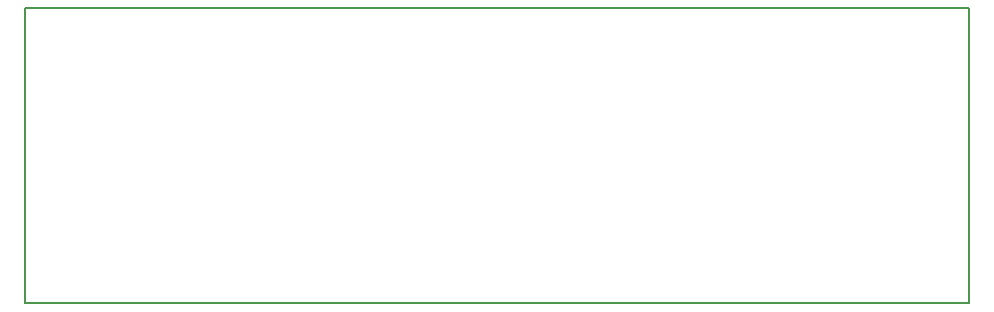
<source format=gm1>
G04 MADE WITH FRITZING*
G04 WWW.FRITZING.ORG*
G04 DOUBLE SIDED*
G04 HOLES PLATED*
G04 CONTOUR ON CENTER OF CONTOUR VECTOR*
%ASAXBY*%
%FSLAX23Y23*%
%MOIN*%
%OFA0B0*%
%SFA1.0B1.0*%
%ADD10C,0.008*%
%LNCONTOUR*%
G90*
G70*
G54D10*
X0Y984D02*
X0Y983D01*
X0Y1D01*
X1Y1D01*
X2Y1D01*
X3Y1D01*
X4Y1D01*
X5Y1D01*
X6Y1D01*
X7Y1D01*
X8Y1D01*
X9Y1D01*
X10Y1D01*
X11Y1D01*
X12Y1D01*
X13Y1D01*
X14Y1D01*
X15Y1D01*
X16Y1D01*
X17Y1D01*
X18Y1D01*
X19Y1D01*
X20Y1D01*
X21Y1D01*
X22Y1D01*
X23Y1D01*
X24Y1D01*
X25Y1D01*
X26Y1D01*
X27Y1D01*
X28Y1D01*
X29Y1D01*
X30Y1D01*
X31Y1D01*
X32Y1D01*
X33Y1D01*
X34Y1D01*
X35Y1D01*
X36Y1D01*
X37Y1D01*
X38Y1D01*
X39Y1D01*
X40Y1D01*
X41Y1D01*
X42Y1D01*
X43Y1D01*
X44Y1D01*
X45Y1D01*
X46Y1D01*
X47Y1D01*
X48Y1D01*
X49Y1D01*
X50Y1D01*
X51Y1D01*
X52Y1D01*
X53Y1D01*
X54Y1D01*
X55Y1D01*
X56Y1D01*
X57Y1D01*
X58Y1D01*
X59Y1D01*
X60Y1D01*
X61Y1D01*
X62Y1D01*
X63Y1D01*
X64Y1D01*
X65Y1D01*
X66Y1D01*
X67Y1D01*
X68Y1D01*
X69Y1D01*
X70Y1D01*
X71Y1D01*
X72Y1D01*
X73Y1D01*
X74Y1D01*
X75Y1D01*
X76Y1D01*
X77Y1D01*
X78Y1D01*
X79Y1D01*
X80Y1D01*
X81Y1D01*
X82Y1D01*
X83Y1D01*
X84Y1D01*
X85Y1D01*
X86Y1D01*
X87Y1D01*
X88Y1D01*
X89Y1D01*
X90Y1D01*
X91Y1D01*
X92Y1D01*
X93Y1D01*
X94Y1D01*
X95Y1D01*
X96Y1D01*
X97Y1D01*
X98Y1D01*
X99Y1D01*
X100Y1D01*
X101Y1D01*
X102Y1D01*
X103Y1D01*
X104Y1D01*
X105Y1D01*
X106Y1D01*
X107Y1D01*
X108Y1D01*
X109Y1D01*
X110Y1D01*
X111Y1D01*
X112Y1D01*
X113Y1D01*
X114Y1D01*
X115Y1D01*
X116Y1D01*
X117Y1D01*
X118Y1D01*
X119Y1D01*
X120Y1D01*
X121Y1D01*
X122Y1D01*
X123Y1D01*
X124Y1D01*
X125Y1D01*
X126Y1D01*
X127Y1D01*
X128Y1D01*
X129Y1D01*
X130Y1D01*
X131Y1D01*
X132Y1D01*
X133Y1D01*
X134Y1D01*
X135Y1D01*
X136Y1D01*
X137Y1D01*
X138Y1D01*
X139Y1D01*
X140Y1D01*
X141Y1D01*
X142Y1D01*
X143Y1D01*
X144Y1D01*
X145Y1D01*
X146Y1D01*
X147Y1D01*
X148Y1D01*
X149Y1D01*
X150Y1D01*
X151Y1D01*
X152Y1D01*
X153Y1D01*
X154Y1D01*
X155Y1D01*
X156Y1D01*
X157Y1D01*
X158Y1D01*
X159Y1D01*
X160Y1D01*
X161Y1D01*
X162Y1D01*
X163Y1D01*
X164Y1D01*
X165Y1D01*
X166Y1D01*
X167Y1D01*
X168Y1D01*
X169Y1D01*
X170Y1D01*
X171Y1D01*
X172Y1D01*
X173Y1D01*
X174Y1D01*
X175Y1D01*
X176Y1D01*
X177Y1D01*
X178Y1D01*
X179Y1D01*
X180Y1D01*
X181Y1D01*
X182Y1D01*
X183Y1D01*
X184Y1D01*
X185Y1D01*
X186Y1D01*
X187Y1D01*
X188Y1D01*
X189Y1D01*
X190Y1D01*
X191Y1D01*
X192Y1D01*
X193Y1D01*
X194Y1D01*
X195Y1D01*
X196Y1D01*
X197Y1D01*
X198Y1D01*
X199Y1D01*
X200Y1D01*
X201Y1D01*
X202Y1D01*
X203Y1D01*
X204Y1D01*
X205Y1D01*
X206Y1D01*
X207Y1D01*
X208Y1D01*
X209Y1D01*
X210Y1D01*
X211Y1D01*
X212Y1D01*
X213Y1D01*
X214Y1D01*
X215Y1D01*
X216Y1D01*
X217Y1D01*
X218Y1D01*
X219Y1D01*
X220Y1D01*
X221Y1D01*
X222Y1D01*
X223Y1D01*
X224Y1D01*
X225Y1D01*
X226Y1D01*
X227Y1D01*
X228Y1D01*
X229Y1D01*
X230Y1D01*
X231Y1D01*
X232Y1D01*
X233Y1D01*
X234Y1D01*
X235Y1D01*
X236Y1D01*
X237Y1D01*
X238Y1D01*
X239Y1D01*
X240Y1D01*
X241Y1D01*
X242Y1D01*
X243Y1D01*
X244Y1D01*
X245Y1D01*
X246Y1D01*
X247Y1D01*
X248Y1D01*
X249Y1D01*
X250Y1D01*
X251Y1D01*
X252Y1D01*
X253Y1D01*
X254Y1D01*
X255Y1D01*
X256Y1D01*
X257Y1D01*
X258Y1D01*
X259Y1D01*
X260Y1D01*
X261Y1D01*
X262Y1D01*
X263Y1D01*
X264Y1D01*
X265Y1D01*
X266Y1D01*
X267Y1D01*
X268Y1D01*
X269Y1D01*
X270Y1D01*
X271Y1D01*
X272Y1D01*
X273Y1D01*
X274Y1D01*
X275Y1D01*
X276Y1D01*
X277Y1D01*
X278Y1D01*
X279Y1D01*
X280Y1D01*
X281Y1D01*
X282Y1D01*
X283Y1D01*
X284Y1D01*
X285Y1D01*
X286Y1D01*
X287Y1D01*
X288Y1D01*
X289Y1D01*
X290Y1D01*
X291Y1D01*
X292Y1D01*
X293Y1D01*
X294Y1D01*
X295Y1D01*
X296Y1D01*
X297Y1D01*
X298Y1D01*
X299Y1D01*
X300Y1D01*
X301Y1D01*
X302Y1D01*
X303Y1D01*
X304Y1D01*
X305Y1D01*
X306Y1D01*
X307Y1D01*
X308Y1D01*
X309Y1D01*
X310Y1D01*
X311Y1D01*
X312Y1D01*
X313Y1D01*
X314Y1D01*
X315Y1D01*
X316Y1D01*
X317Y1D01*
X318Y1D01*
X319Y1D01*
X320Y1D01*
X321Y1D01*
X322Y1D01*
X323Y1D01*
X324Y1D01*
X325Y1D01*
X326Y1D01*
X327Y1D01*
X328Y1D01*
X329Y1D01*
X330Y1D01*
X331Y1D01*
X332Y1D01*
X333Y1D01*
X334Y1D01*
X335Y1D01*
X336Y1D01*
X337Y1D01*
X338Y1D01*
X339Y1D01*
X340Y1D01*
X341Y1D01*
X342Y1D01*
X343Y1D01*
X344Y1D01*
X345Y1D01*
X346Y1D01*
X347Y1D01*
X348Y1D01*
X349Y1D01*
X350Y1D01*
X351Y1D01*
X352Y1D01*
X353Y1D01*
X354Y1D01*
X355Y1D01*
X356Y1D01*
X357Y1D01*
X358Y1D01*
X359Y1D01*
X360Y1D01*
X361Y1D01*
X362Y1D01*
X363Y1D01*
X364Y1D01*
X365Y1D01*
X366Y1D01*
X367Y1D01*
X368Y1D01*
X369Y1D01*
X370Y1D01*
X371Y1D01*
X372Y1D01*
X373Y1D01*
X374Y1D01*
X375Y1D01*
X376Y1D01*
X377Y1D01*
X378Y1D01*
X379Y1D01*
X380Y1D01*
X381Y1D01*
X382Y1D01*
X383Y1D01*
X384Y1D01*
X385Y1D01*
X386Y1D01*
X387Y1D01*
X388Y1D01*
X389Y1D01*
X390Y1D01*
X391Y1D01*
X392Y1D01*
X393Y1D01*
X394Y1D01*
X395Y1D01*
X396Y1D01*
X397Y1D01*
X398Y1D01*
X399Y1D01*
X400Y1D01*
X401Y1D01*
X402Y1D01*
X403Y1D01*
X404Y1D01*
X405Y1D01*
X406Y1D01*
X407Y1D01*
X408Y1D01*
X409Y1D01*
X410Y1D01*
X411Y1D01*
X412Y1D01*
X413Y1D01*
X414Y1D01*
X415Y1D01*
X416Y1D01*
X417Y1D01*
X418Y1D01*
X419Y1D01*
X420Y1D01*
X421Y1D01*
X422Y1D01*
X423Y1D01*
X424Y1D01*
X425Y1D01*
X426Y1D01*
X427Y1D01*
X428Y1D01*
X429Y1D01*
X430Y1D01*
X431Y1D01*
X432Y1D01*
X433Y1D01*
X434Y1D01*
X435Y1D01*
X436Y1D01*
X437Y1D01*
X438Y1D01*
X439Y1D01*
X440Y1D01*
X441Y1D01*
X442Y1D01*
X443Y1D01*
X444Y1D01*
X445Y1D01*
X446Y1D01*
X447Y1D01*
X448Y1D01*
X449Y1D01*
X450Y1D01*
X451Y1D01*
X452Y1D01*
X453Y1D01*
X454Y1D01*
X455Y1D01*
X456Y1D01*
X457Y1D01*
X458Y1D01*
X459Y1D01*
X460Y1D01*
X461Y1D01*
X462Y1D01*
X463Y1D01*
X464Y1D01*
X465Y1D01*
X466Y1D01*
X467Y1D01*
X468Y1D01*
X469Y1D01*
X470Y1D01*
X471Y1D01*
X472Y1D01*
X473Y1D01*
X474Y1D01*
X475Y1D01*
X476Y1D01*
X477Y1D01*
X478Y1D01*
X479Y1D01*
X480Y1D01*
X481Y1D01*
X482Y1D01*
X483Y1D01*
X484Y1D01*
X485Y1D01*
X486Y1D01*
X487Y1D01*
X488Y1D01*
X489Y1D01*
X490Y1D01*
X491Y1D01*
X492Y1D01*
X493Y1D01*
X494Y1D01*
X495Y1D01*
X496Y1D01*
X497Y1D01*
X498Y1D01*
X499Y1D01*
X500Y1D01*
X501Y1D01*
X502Y1D01*
X503Y1D01*
X504Y1D01*
X505Y1D01*
X506Y1D01*
X507Y1D01*
X508Y1D01*
X509Y1D01*
X510Y1D01*
X511Y1D01*
X512Y1D01*
X513Y1D01*
X514Y1D01*
X515Y1D01*
X516Y1D01*
X517Y1D01*
X518Y1D01*
X519Y1D01*
X520Y1D01*
X521Y1D01*
X522Y1D01*
X523Y1D01*
X524Y1D01*
X525Y1D01*
X526Y1D01*
X527Y1D01*
X528Y1D01*
X529Y1D01*
X530Y1D01*
X531Y1D01*
X532Y1D01*
X533Y1D01*
X534Y1D01*
X535Y1D01*
X536Y1D01*
X537Y1D01*
X538Y1D01*
X539Y1D01*
X540Y1D01*
X541Y1D01*
X542Y1D01*
X543Y1D01*
X544Y1D01*
X545Y1D01*
X546Y1D01*
X547Y1D01*
X548Y1D01*
X549Y1D01*
X550Y1D01*
X551Y1D01*
X552Y1D01*
X553Y1D01*
X554Y1D01*
X555Y1D01*
X556Y1D01*
X557Y1D01*
X558Y1D01*
X559Y1D01*
X560Y1D01*
X561Y1D01*
X562Y1D01*
X563Y1D01*
X564Y1D01*
X565Y1D01*
X566Y1D01*
X567Y1D01*
X568Y1D01*
X569Y1D01*
X570Y1D01*
X571Y1D01*
X572Y1D01*
X573Y1D01*
X574Y1D01*
X575Y1D01*
X576Y1D01*
X577Y1D01*
X578Y1D01*
X579Y1D01*
X580Y1D01*
X581Y1D01*
X582Y1D01*
X583Y1D01*
X584Y1D01*
X585Y1D01*
X586Y1D01*
X587Y1D01*
X588Y1D01*
X589Y1D01*
X590Y1D01*
X591Y1D01*
X592Y1D01*
X593Y1D01*
X594Y1D01*
X595Y1D01*
X596Y1D01*
X597Y1D01*
X598Y1D01*
X599Y1D01*
X600Y1D01*
X601Y1D01*
X602Y1D01*
X603Y1D01*
X604Y1D01*
X605Y1D01*
X606Y1D01*
X607Y1D01*
X608Y1D01*
X609Y1D01*
X610Y1D01*
X611Y1D01*
X612Y1D01*
X613Y1D01*
X614Y1D01*
X615Y1D01*
X616Y1D01*
X617Y1D01*
X618Y1D01*
X619Y1D01*
X620Y1D01*
X621Y1D01*
X622Y1D01*
X623Y1D01*
X624Y1D01*
X625Y1D01*
X626Y1D01*
X627Y1D01*
X628Y1D01*
X629Y1D01*
X630Y1D01*
X631Y1D01*
X632Y1D01*
X633Y1D01*
X634Y1D01*
X635Y1D01*
X636Y1D01*
X637Y1D01*
X638Y1D01*
X639Y1D01*
X640Y1D01*
X641Y1D01*
X642Y1D01*
X643Y1D01*
X644Y1D01*
X645Y1D01*
X646Y1D01*
X647Y1D01*
X648Y1D01*
X649Y1D01*
X650Y1D01*
X651Y1D01*
X652Y1D01*
X653Y1D01*
X654Y1D01*
X655Y1D01*
X656Y1D01*
X657Y1D01*
X658Y1D01*
X659Y1D01*
X660Y1D01*
X661Y1D01*
X662Y1D01*
X663Y1D01*
X664Y1D01*
X665Y1D01*
X666Y1D01*
X667Y1D01*
X668Y1D01*
X669Y1D01*
X670Y1D01*
X671Y1D01*
X672Y1D01*
X673Y1D01*
X674Y1D01*
X675Y1D01*
X676Y1D01*
X677Y1D01*
X678Y1D01*
X679Y1D01*
X680Y1D01*
X681Y1D01*
X682Y1D01*
X683Y1D01*
X684Y1D01*
X685Y1D01*
X686Y1D01*
X687Y1D01*
X688Y1D01*
X689Y1D01*
X690Y1D01*
X691Y1D01*
X692Y1D01*
X693Y1D01*
X694Y1D01*
X695Y1D01*
X696Y1D01*
X697Y1D01*
X698Y1D01*
X699Y1D01*
X700Y1D01*
X701Y1D01*
X702Y1D01*
X703Y1D01*
X704Y1D01*
X705Y1D01*
X706Y1D01*
X707Y1D01*
X708Y1D01*
X709Y1D01*
X710Y1D01*
X711Y1D01*
X712Y1D01*
X713Y1D01*
X714Y1D01*
X715Y1D01*
X716Y1D01*
X717Y1D01*
X718Y1D01*
X719Y1D01*
X720Y1D01*
X721Y1D01*
X722Y1D01*
X723Y1D01*
X724Y1D01*
X725Y1D01*
X726Y1D01*
X727Y1D01*
X728Y1D01*
X729Y1D01*
X730Y1D01*
X731Y1D01*
X732Y1D01*
X733Y1D01*
X734Y1D01*
X735Y1D01*
X736Y1D01*
X737Y1D01*
X738Y1D01*
X739Y1D01*
X740Y1D01*
X741Y1D01*
X742Y1D01*
X743Y1D01*
X744Y1D01*
X745Y1D01*
X746Y1D01*
X747Y1D01*
X748Y1D01*
X749Y1D01*
X750Y1D01*
X751Y1D01*
X752Y1D01*
X753Y1D01*
X754Y1D01*
X755Y1D01*
X756Y1D01*
X757Y1D01*
X758Y1D01*
X759Y1D01*
X760Y1D01*
X761Y1D01*
X762Y1D01*
X763Y1D01*
X764Y1D01*
X765Y1D01*
X766Y1D01*
X767Y1D01*
X768Y1D01*
X769Y1D01*
X770Y1D01*
X771Y1D01*
X772Y1D01*
X773Y1D01*
X774Y1D01*
X775Y1D01*
X776Y1D01*
X777Y1D01*
X778Y1D01*
X779Y1D01*
X780Y1D01*
X781Y1D01*
X782Y1D01*
X783Y1D01*
X784Y1D01*
X785Y1D01*
X786Y1D01*
X787Y1D01*
X788Y1D01*
X789Y1D01*
X790Y1D01*
X791Y1D01*
X792Y1D01*
X793Y1D01*
X794Y1D01*
X795Y1D01*
X796Y1D01*
X797Y1D01*
X798Y1D01*
X799Y1D01*
X800Y1D01*
X801Y1D01*
X802Y1D01*
X803Y1D01*
X804Y1D01*
X805Y1D01*
X806Y1D01*
X807Y1D01*
X808Y1D01*
X809Y1D01*
X810Y1D01*
X811Y1D01*
X812Y1D01*
X813Y1D01*
X814Y1D01*
X815Y1D01*
X816Y1D01*
X817Y1D01*
X818Y1D01*
X819Y1D01*
X820Y1D01*
X821Y1D01*
X822Y1D01*
X823Y1D01*
X824Y1D01*
X825Y1D01*
X826Y1D01*
X827Y1D01*
X828Y1D01*
X829Y1D01*
X830Y1D01*
X831Y1D01*
X832Y1D01*
X833Y1D01*
X834Y1D01*
X835Y1D01*
X836Y1D01*
X837Y1D01*
X838Y1D01*
X839Y1D01*
X840Y1D01*
X841Y1D01*
X842Y1D01*
X843Y1D01*
X844Y1D01*
X845Y1D01*
X846Y1D01*
X847Y1D01*
X848Y1D01*
X849Y1D01*
X850Y1D01*
X851Y1D01*
X852Y1D01*
X853Y1D01*
X854Y1D01*
X855Y1D01*
X856Y1D01*
X857Y1D01*
X858Y1D01*
X859Y1D01*
X860Y1D01*
X861Y1D01*
X862Y1D01*
X863Y1D01*
X864Y1D01*
X865Y1D01*
X866Y1D01*
X867Y1D01*
X868Y1D01*
X869Y1D01*
X870Y1D01*
X871Y1D01*
X872Y1D01*
X873Y1D01*
X874Y1D01*
X875Y1D01*
X876Y1D01*
X877Y1D01*
X878Y1D01*
X879Y1D01*
X880Y1D01*
X881Y1D01*
X882Y1D01*
X883Y1D01*
X884Y1D01*
X885Y1D01*
X886Y1D01*
X887Y1D01*
X888Y1D01*
X889Y1D01*
X890Y1D01*
X891Y1D01*
X892Y1D01*
X893Y1D01*
X894Y1D01*
X895Y1D01*
X896Y1D01*
X897Y1D01*
X898Y1D01*
X899Y1D01*
X900Y1D01*
X901Y1D01*
X902Y1D01*
X903Y1D01*
X904Y1D01*
X905Y1D01*
X906Y1D01*
X907Y1D01*
X908Y1D01*
X909Y1D01*
X910Y1D01*
X911Y1D01*
X912Y1D01*
X913Y1D01*
X914Y1D01*
X915Y1D01*
X916Y1D01*
X917Y1D01*
X918Y1D01*
X919Y1D01*
X920Y1D01*
X921Y1D01*
X922Y1D01*
X923Y1D01*
X924Y1D01*
X925Y1D01*
X926Y1D01*
X927Y1D01*
X928Y1D01*
X929Y1D01*
X930Y1D01*
X931Y1D01*
X932Y1D01*
X933Y1D01*
X934Y1D01*
X935Y1D01*
X936Y1D01*
X937Y1D01*
X938Y1D01*
X939Y1D01*
X940Y1D01*
X941Y1D01*
X942Y1D01*
X943Y1D01*
X944Y1D01*
X945Y1D01*
X946Y1D01*
X947Y1D01*
X948Y1D01*
X949Y1D01*
X950Y1D01*
X951Y1D01*
X952Y1D01*
X953Y1D01*
X954Y1D01*
X955Y1D01*
X956Y1D01*
X957Y1D01*
X958Y1D01*
X959Y1D01*
X960Y1D01*
X961Y1D01*
X962Y1D01*
X963Y1D01*
X964Y1D01*
X965Y1D01*
X966Y1D01*
X967Y1D01*
X968Y1D01*
X969Y1D01*
X970Y1D01*
X971Y1D01*
X972Y1D01*
X973Y1D01*
X974Y1D01*
X975Y1D01*
X976Y1D01*
X977Y1D01*
X978Y1D01*
X979Y1D01*
X980Y1D01*
X981Y1D01*
X982Y1D01*
X983Y1D01*
X984Y1D01*
X985Y1D01*
X986Y1D01*
X987Y1D01*
X988Y1D01*
X989Y1D01*
X990Y1D01*
X991Y1D01*
X992Y1D01*
X993Y1D01*
X994Y1D01*
X995Y1D01*
X996Y1D01*
X997Y1D01*
X998Y1D01*
X999Y1D01*
X1000Y1D01*
X1001Y1D01*
X1002Y1D01*
X1003Y1D01*
X1004Y1D01*
X1005Y1D01*
X1006Y1D01*
X1007Y1D01*
X1008Y1D01*
X1009Y1D01*
X1010Y1D01*
X1011Y1D01*
X1012Y1D01*
X1013Y1D01*
X1014Y1D01*
X1015Y1D01*
X1016Y1D01*
X1017Y1D01*
X1018Y1D01*
X1019Y1D01*
X1020Y1D01*
X1021Y1D01*
X1022Y1D01*
X1023Y1D01*
X1024Y1D01*
X1025Y1D01*
X1026Y1D01*
X1027Y1D01*
X1028Y1D01*
X1029Y1D01*
X1030Y1D01*
X1031Y1D01*
X1032Y1D01*
X1033Y1D01*
X1034Y1D01*
X1035Y1D01*
X1036Y1D01*
X1037Y1D01*
X1038Y1D01*
X1039Y1D01*
X1040Y1D01*
X1041Y1D01*
X1042Y1D01*
X1043Y1D01*
X1044Y1D01*
X1045Y1D01*
X1046Y1D01*
X1047Y1D01*
X1048Y1D01*
X1049Y1D01*
X1050Y1D01*
X1051Y1D01*
X1052Y1D01*
X1053Y1D01*
X1054Y1D01*
X1055Y1D01*
X1056Y1D01*
X1057Y1D01*
X1058Y1D01*
X1059Y1D01*
X1060Y1D01*
X1061Y1D01*
X1062Y1D01*
X1063Y1D01*
X1064Y1D01*
X1065Y1D01*
X1066Y1D01*
X1067Y1D01*
X1068Y1D01*
X1069Y1D01*
X1070Y1D01*
X1071Y1D01*
X1072Y1D01*
X1073Y1D01*
X1074Y1D01*
X1075Y1D01*
X1076Y1D01*
X1077Y1D01*
X1078Y1D01*
X1079Y1D01*
X1080Y1D01*
X1081Y1D01*
X1082Y1D01*
X1083Y1D01*
X1084Y1D01*
X1085Y1D01*
X1086Y1D01*
X1087Y1D01*
X1088Y1D01*
X1089Y1D01*
X1090Y1D01*
X1091Y1D01*
X1092Y1D01*
X1093Y1D01*
X1094Y1D01*
X1095Y1D01*
X1096Y1D01*
X1097Y1D01*
X1098Y1D01*
X1099Y1D01*
X1100Y1D01*
X1101Y1D01*
X1102Y1D01*
X1103Y1D01*
X1104Y1D01*
X1105Y1D01*
X1106Y1D01*
X1107Y1D01*
X1108Y1D01*
X1109Y1D01*
X1110Y1D01*
X1111Y1D01*
X1112Y1D01*
X1113Y1D01*
X1114Y1D01*
X1115Y1D01*
X1116Y1D01*
X1117Y1D01*
X1118Y1D01*
X1119Y1D01*
X1120Y1D01*
X1121Y1D01*
X1122Y1D01*
X1123Y1D01*
X1124Y1D01*
X1125Y1D01*
X1126Y1D01*
X1127Y1D01*
X1128Y1D01*
X1129Y1D01*
X1130Y1D01*
X1131Y1D01*
X1132Y1D01*
X1133Y1D01*
X1134Y1D01*
X1135Y1D01*
X1136Y1D01*
X1137Y1D01*
X1138Y1D01*
X1139Y1D01*
X1140Y1D01*
X1141Y1D01*
X1142Y1D01*
X1143Y1D01*
X1144Y1D01*
X1145Y1D01*
X1146Y1D01*
X1147Y1D01*
X1148Y1D01*
X1149Y1D01*
X1150Y1D01*
X1151Y1D01*
X1152Y1D01*
X1153Y1D01*
X1154Y1D01*
X1155Y1D01*
X1156Y1D01*
X1157Y1D01*
X1158Y1D01*
X1159Y1D01*
X1160Y1D01*
X1161Y1D01*
X1162Y1D01*
X1163Y1D01*
X1164Y1D01*
X1165Y1D01*
X1166Y1D01*
X1167Y1D01*
X1168Y1D01*
X1169Y1D01*
X1170Y1D01*
X1171Y1D01*
X1172Y1D01*
X1173Y1D01*
X1174Y1D01*
X1175Y1D01*
X1176Y1D01*
X1177Y1D01*
X1178Y1D01*
X1179Y1D01*
X1180Y1D01*
X1181Y1D01*
X1182Y1D01*
X1183Y1D01*
X1184Y1D01*
X1185Y1D01*
X1186Y1D01*
X1187Y1D01*
X1188Y1D01*
X1189Y1D01*
X1190Y1D01*
X1191Y1D01*
X1192Y1D01*
X1193Y1D01*
X1194Y1D01*
X1195Y1D01*
X1196Y1D01*
X1197Y1D01*
X1198Y1D01*
X1199Y1D01*
X1200Y1D01*
X1201Y1D01*
X1202Y1D01*
X1203Y1D01*
X1204Y1D01*
X1205Y1D01*
X1206Y1D01*
X1207Y1D01*
X1208Y1D01*
X1209Y1D01*
X1210Y1D01*
X1211Y1D01*
X1212Y1D01*
X1213Y1D01*
X1214Y1D01*
X1215Y1D01*
X1216Y1D01*
X1217Y1D01*
X1218Y1D01*
X1219Y1D01*
X1220Y1D01*
X1221Y1D01*
X1222Y1D01*
X1223Y1D01*
X1224Y1D01*
X1225Y1D01*
X1226Y1D01*
X1227Y1D01*
X1228Y1D01*
X1229Y1D01*
X1230Y1D01*
X1231Y1D01*
X1232Y1D01*
X1233Y1D01*
X1234Y1D01*
X1235Y1D01*
X1236Y1D01*
X1237Y1D01*
X1238Y1D01*
X1239Y1D01*
X1240Y1D01*
X1241Y1D01*
X1242Y1D01*
X1243Y1D01*
X1244Y1D01*
X1245Y1D01*
X1246Y1D01*
X1247Y1D01*
X1248Y1D01*
X1249Y1D01*
X1250Y1D01*
X1251Y1D01*
X1252Y1D01*
X1253Y1D01*
X1254Y1D01*
X1255Y1D01*
X1256Y1D01*
X1257Y1D01*
X1258Y1D01*
X1259Y1D01*
X1260Y1D01*
X1261Y1D01*
X1262Y1D01*
X1263Y1D01*
X1264Y1D01*
X1265Y1D01*
X1266Y1D01*
X1267Y1D01*
X1268Y1D01*
X1269Y1D01*
X1270Y1D01*
X1271Y1D01*
X1272Y1D01*
X1273Y1D01*
X1274Y1D01*
X1275Y1D01*
X1276Y1D01*
X1277Y1D01*
X1278Y1D01*
X1279Y1D01*
X1280Y1D01*
X1281Y1D01*
X1282Y1D01*
X1283Y1D01*
X1284Y1D01*
X1285Y1D01*
X1286Y1D01*
X1287Y1D01*
X1288Y1D01*
X1289Y1D01*
X1290Y1D01*
X1291Y1D01*
X1292Y1D01*
X1293Y1D01*
X1294Y1D01*
X1295Y1D01*
X1296Y1D01*
X1297Y1D01*
X1298Y1D01*
X1299Y1D01*
X1300Y1D01*
X1301Y1D01*
X1302Y1D01*
X1303Y1D01*
X1304Y1D01*
X1305Y1D01*
X1306Y1D01*
X1307Y1D01*
X1308Y1D01*
X1309Y1D01*
X1310Y1D01*
X1311Y1D01*
X1312Y1D01*
X1313Y1D01*
X1314Y1D01*
X1315Y1D01*
X1316Y1D01*
X1317Y1D01*
X1318Y1D01*
X1319Y1D01*
X1320Y1D01*
X1321Y1D01*
X1322Y1D01*
X1323Y1D01*
X1324Y1D01*
X1325Y1D01*
X1326Y1D01*
X1327Y1D01*
X1328Y1D01*
X1329Y1D01*
X1330Y1D01*
X1331Y1D01*
X1332Y1D01*
X1333Y1D01*
X1334Y1D01*
X1335Y1D01*
X1336Y1D01*
X1337Y1D01*
X1338Y1D01*
X1339Y1D01*
X1340Y1D01*
X1341Y1D01*
X1342Y1D01*
X1343Y1D01*
X1344Y1D01*
X1345Y1D01*
X1346Y1D01*
X1347Y1D01*
X1348Y1D01*
X1349Y1D01*
X1350Y1D01*
X1351Y1D01*
X1352Y1D01*
X1353Y1D01*
X1354Y1D01*
X1355Y1D01*
X1356Y1D01*
X1357Y1D01*
X1358Y1D01*
X1359Y1D01*
X1360Y1D01*
X1361Y1D01*
X1362Y1D01*
X1363Y1D01*
X1364Y1D01*
X1365Y1D01*
X1366Y1D01*
X1367Y1D01*
X1368Y1D01*
X1369Y1D01*
X1370Y1D01*
X1371Y1D01*
X1372Y1D01*
X1373Y1D01*
X1374Y1D01*
X1375Y1D01*
X1376Y1D01*
X1377Y1D01*
X1378Y1D01*
X1379Y1D01*
X1380Y1D01*
X1381Y1D01*
X1382Y1D01*
X1383Y1D01*
X1384Y1D01*
X1385Y1D01*
X1386Y1D01*
X1387Y1D01*
X1388Y1D01*
X1389Y1D01*
X1390Y1D01*
X1391Y1D01*
X1392Y1D01*
X1393Y1D01*
X1394Y1D01*
X1395Y1D01*
X1396Y1D01*
X1397Y1D01*
X1398Y1D01*
X1399Y1D01*
X1400Y1D01*
X1401Y1D01*
X1402Y1D01*
X1403Y1D01*
X1404Y1D01*
X1405Y1D01*
X1406Y1D01*
X1407Y1D01*
X1408Y1D01*
X1409Y1D01*
X1410Y1D01*
X1411Y1D01*
X1412Y1D01*
X1413Y1D01*
X1414Y1D01*
X1415Y1D01*
X1416Y1D01*
X1417Y1D01*
X1418Y1D01*
X1419Y1D01*
X1420Y1D01*
X1421Y1D01*
X1422Y1D01*
X1423Y1D01*
X1424Y1D01*
X1425Y1D01*
X1426Y1D01*
X1427Y1D01*
X1428Y1D01*
X1429Y1D01*
X1430Y1D01*
X1431Y1D01*
X1432Y1D01*
X1433Y1D01*
X1434Y1D01*
X1435Y1D01*
X1436Y1D01*
X1437Y1D01*
X1438Y1D01*
X1439Y1D01*
X1440Y1D01*
X1441Y1D01*
X1442Y1D01*
X1443Y1D01*
X1444Y1D01*
X1445Y1D01*
X1446Y1D01*
X1447Y1D01*
X1448Y1D01*
X1449Y1D01*
X1450Y1D01*
X1451Y1D01*
X1452Y1D01*
X1453Y1D01*
X1454Y1D01*
X1455Y1D01*
X1456Y1D01*
X1457Y1D01*
X1458Y1D01*
X1459Y1D01*
X1460Y1D01*
X1461Y1D01*
X1462Y1D01*
X1463Y1D01*
X1464Y1D01*
X1465Y1D01*
X1466Y1D01*
X1467Y1D01*
X1468Y1D01*
X1469Y1D01*
X1470Y1D01*
X1471Y1D01*
X1472Y1D01*
X1473Y1D01*
X1474Y1D01*
X1475Y1D01*
X1476Y1D01*
X1477Y1D01*
X1478Y1D01*
X1479Y1D01*
X1480Y1D01*
X1481Y1D01*
X1482Y1D01*
X1483Y1D01*
X1484Y1D01*
X1485Y1D01*
X1486Y1D01*
X1487Y1D01*
X1488Y1D01*
X1489Y1D01*
X1490Y1D01*
X1491Y1D01*
X1492Y1D01*
X1493Y1D01*
X1494Y1D01*
X1495Y1D01*
X1496Y1D01*
X1497Y1D01*
X1498Y1D01*
X1499Y1D01*
X1500Y1D01*
X1501Y1D01*
X1502Y1D01*
X1503Y1D01*
X1504Y1D01*
X1505Y1D01*
X1506Y1D01*
X1507Y1D01*
X1508Y1D01*
X1509Y1D01*
X1510Y1D01*
X1511Y1D01*
X1512Y1D01*
X1513Y1D01*
X1514Y1D01*
X1515Y1D01*
X1516Y1D01*
X1517Y1D01*
X1518Y1D01*
X1519Y1D01*
X1520Y1D01*
X1521Y1D01*
X1522Y1D01*
X1523Y1D01*
X1524Y1D01*
X1525Y1D01*
X1526Y1D01*
X1527Y1D01*
X1528Y1D01*
X1529Y1D01*
X1530Y1D01*
X1531Y1D01*
X1532Y1D01*
X1533Y1D01*
X1534Y1D01*
X1535Y1D01*
X1536Y1D01*
X1537Y1D01*
X1538Y1D01*
X1539Y1D01*
X1540Y1D01*
X1541Y1D01*
X1542Y1D01*
X1543Y1D01*
X1544Y1D01*
X1545Y1D01*
X1546Y1D01*
X1547Y1D01*
X1548Y1D01*
X1549Y1D01*
X1550Y1D01*
X1551Y1D01*
X1552Y1D01*
X1553Y1D01*
X1554Y1D01*
X1555Y1D01*
X1556Y1D01*
X1557Y1D01*
X1558Y1D01*
X1559Y1D01*
X1560Y1D01*
X1561Y1D01*
X1562Y1D01*
X1563Y1D01*
X1564Y1D01*
X1565Y1D01*
X1566Y1D01*
X1567Y1D01*
X1568Y1D01*
X1569Y1D01*
X1570Y1D01*
X1571Y1D01*
X1572Y1D01*
X1573Y1D01*
X1574Y1D01*
X1575Y1D01*
X1576Y1D01*
X1577Y1D01*
X1578Y1D01*
X1579Y1D01*
X1580Y1D01*
X1581Y1D01*
X1582Y1D01*
X1583Y1D01*
X1584Y1D01*
X1585Y1D01*
X1586Y1D01*
X1587Y1D01*
X1588Y1D01*
X1589Y1D01*
X1590Y1D01*
X1591Y1D01*
X1592Y1D01*
X1593Y1D01*
X1594Y1D01*
X1595Y1D01*
X1596Y1D01*
X1597Y1D01*
X1598Y1D01*
X1599Y1D01*
X1600Y1D01*
X1601Y1D01*
X1602Y1D01*
X1603Y1D01*
X1604Y1D01*
X1605Y1D01*
X1606Y1D01*
X1607Y1D01*
X1608Y1D01*
X1609Y1D01*
X1610Y1D01*
X1611Y1D01*
X1612Y1D01*
X1613Y1D01*
X1614Y1D01*
X1615Y1D01*
X1616Y1D01*
X1617Y1D01*
X1618Y1D01*
X1619Y1D01*
X1620Y1D01*
X1621Y1D01*
X1622Y1D01*
X1623Y1D01*
X1624Y1D01*
X1625Y1D01*
X1626Y1D01*
X1627Y1D01*
X1628Y1D01*
X1629Y1D01*
X1630Y1D01*
X1631Y1D01*
X1632Y1D01*
X1633Y1D01*
X1634Y1D01*
X1635Y1D01*
X1636Y1D01*
X1637Y1D01*
X1638Y1D01*
X1639Y1D01*
X1640Y1D01*
X1641Y1D01*
X1642Y1D01*
X1643Y1D01*
X1644Y1D01*
X1645Y1D01*
X1646Y1D01*
X1647Y1D01*
X1648Y1D01*
X1649Y1D01*
X1650Y1D01*
X1651Y1D01*
X1652Y1D01*
X1653Y1D01*
X1654Y1D01*
X1655Y1D01*
X1656Y1D01*
X1657Y1D01*
X1658Y1D01*
X1659Y1D01*
X1660Y1D01*
X1661Y1D01*
X1662Y1D01*
X1663Y1D01*
X1664Y1D01*
X1665Y1D01*
X1666Y1D01*
X1667Y1D01*
X1668Y1D01*
X1669Y1D01*
X1670Y1D01*
X1671Y1D01*
X1672Y1D01*
X1673Y1D01*
X1674Y1D01*
X1675Y1D01*
X1676Y1D01*
X1677Y1D01*
X1678Y1D01*
X1679Y1D01*
X1680Y1D01*
X1681Y1D01*
X1682Y1D01*
X1683Y1D01*
X1684Y1D01*
X1685Y1D01*
X1686Y1D01*
X1687Y1D01*
X1688Y1D01*
X1689Y1D01*
X1690Y1D01*
X1691Y1D01*
X1692Y1D01*
X1693Y1D01*
X1694Y1D01*
X1695Y1D01*
X1696Y1D01*
X1697Y1D01*
X1698Y1D01*
X1699Y1D01*
X1700Y1D01*
X1701Y1D01*
X1702Y1D01*
X1703Y1D01*
X1704Y1D01*
X1705Y1D01*
X1706Y1D01*
X1707Y1D01*
X1708Y1D01*
X1709Y1D01*
X1710Y1D01*
X1711Y1D01*
X1712Y1D01*
X1713Y1D01*
X1714Y1D01*
X1715Y1D01*
X1716Y1D01*
X1717Y1D01*
X1718Y1D01*
X1719Y1D01*
X1720Y1D01*
X1721Y1D01*
X1722Y1D01*
X1723Y1D01*
X1724Y1D01*
X1725Y1D01*
X1726Y1D01*
X1727Y1D01*
X1728Y1D01*
X1729Y1D01*
X1730Y1D01*
X1731Y1D01*
X1732Y1D01*
X1733Y1D01*
X1734Y1D01*
X1735Y1D01*
X1736Y1D01*
X1737Y1D01*
X1738Y1D01*
X1739Y1D01*
X1740Y1D01*
X1741Y1D01*
X1742Y1D01*
X1743Y1D01*
X1744Y1D01*
X1745Y1D01*
X1746Y1D01*
X1747Y1D01*
X1748Y1D01*
X1749Y1D01*
X1750Y1D01*
X1751Y1D01*
X1752Y1D01*
X1753Y1D01*
X1754Y1D01*
X1755Y1D01*
X1756Y1D01*
X1757Y1D01*
X1758Y1D01*
X1759Y1D01*
X1760Y1D01*
X1761Y1D01*
X1762Y1D01*
X1763Y1D01*
X1764Y1D01*
X1765Y1D01*
X1766Y1D01*
X1767Y1D01*
X1768Y1D01*
X1769Y1D01*
X1770Y1D01*
X1771Y1D01*
X1772Y1D01*
X1773Y1D01*
X1774Y1D01*
X1775Y1D01*
X1776Y1D01*
X1777Y1D01*
X1778Y1D01*
X1779Y1D01*
X1780Y1D01*
X1781Y1D01*
X1782Y1D01*
X1783Y1D01*
X1784Y1D01*
X1785Y1D01*
X1786Y1D01*
X1787Y1D01*
X1788Y1D01*
X1789Y1D01*
X1790Y1D01*
X1791Y1D01*
X1792Y1D01*
X1793Y1D01*
X1794Y1D01*
X1795Y1D01*
X1796Y1D01*
X1797Y1D01*
X1798Y1D01*
X1799Y1D01*
X1800Y1D01*
X1801Y1D01*
X1802Y1D01*
X1803Y1D01*
X1804Y1D01*
X1805Y1D01*
X1806Y1D01*
X1807Y1D01*
X1808Y1D01*
X1809Y1D01*
X1810Y1D01*
X1811Y1D01*
X1812Y1D01*
X1813Y1D01*
X1814Y1D01*
X1815Y1D01*
X1816Y1D01*
X1817Y1D01*
X1818Y1D01*
X1819Y1D01*
X1820Y1D01*
X1821Y1D01*
X1822Y1D01*
X1823Y1D01*
X1824Y1D01*
X1825Y1D01*
X1826Y1D01*
X1827Y1D01*
X1828Y1D01*
X1829Y1D01*
X1830Y1D01*
X1831Y1D01*
X1832Y1D01*
X1833Y1D01*
X1834Y1D01*
X1835Y1D01*
X1836Y1D01*
X1837Y1D01*
X1838Y1D01*
X1839Y1D01*
X1840Y1D01*
X1841Y1D01*
X1842Y1D01*
X1843Y1D01*
X1844Y1D01*
X1845Y1D01*
X1846Y1D01*
X1847Y1D01*
X1848Y1D01*
X1849Y1D01*
X1850Y1D01*
X1851Y1D01*
X1852Y1D01*
X1853Y1D01*
X1854Y1D01*
X1855Y1D01*
X1856Y1D01*
X1857Y1D01*
X1858Y1D01*
X1859Y1D01*
X1860Y1D01*
X1861Y1D01*
X1862Y1D01*
X1863Y1D01*
X1864Y1D01*
X1865Y1D01*
X1866Y1D01*
X1867Y1D01*
X1868Y1D01*
X1869Y1D01*
X1870Y1D01*
X1871Y1D01*
X1872Y1D01*
X1873Y1D01*
X1874Y1D01*
X1875Y1D01*
X1876Y1D01*
X1877Y1D01*
X1878Y1D01*
X1879Y1D01*
X1880Y1D01*
X1881Y1D01*
X1882Y1D01*
X1883Y1D01*
X1884Y1D01*
X1885Y1D01*
X1886Y1D01*
X1887Y1D01*
X1888Y1D01*
X1889Y1D01*
X1890Y1D01*
X1891Y1D01*
X1892Y1D01*
X1893Y1D01*
X1894Y1D01*
X1895Y1D01*
X1896Y1D01*
X1897Y1D01*
X1898Y1D01*
X1899Y1D01*
X1900Y1D01*
X1901Y1D01*
X1902Y1D01*
X1903Y1D01*
X1904Y1D01*
X1905Y1D01*
X1906Y1D01*
X1907Y1D01*
X1908Y1D01*
X1909Y1D01*
X1910Y1D01*
X1911Y1D01*
X1912Y1D01*
X1913Y1D01*
X1914Y1D01*
X1915Y1D01*
X1916Y1D01*
X1917Y1D01*
X1918Y1D01*
X1919Y1D01*
X1920Y1D01*
X1921Y1D01*
X1922Y1D01*
X1923Y1D01*
X1924Y1D01*
X1925Y1D01*
X1926Y1D01*
X1927Y1D01*
X1928Y1D01*
X1929Y1D01*
X1930Y1D01*
X1931Y1D01*
X1932Y1D01*
X1933Y1D01*
X1934Y1D01*
X1935Y1D01*
X1936Y1D01*
X1937Y1D01*
X1938Y1D01*
X1939Y1D01*
X1940Y1D01*
X1941Y1D01*
X1942Y1D01*
X1943Y1D01*
X1944Y1D01*
X1945Y1D01*
X1946Y1D01*
X1947Y1D01*
X1948Y1D01*
X1949Y1D01*
X1950Y1D01*
X1951Y1D01*
X1952Y1D01*
X1953Y1D01*
X1954Y1D01*
X1955Y1D01*
X1956Y1D01*
X1957Y1D01*
X1958Y1D01*
X1959Y1D01*
X1960Y1D01*
X1961Y1D01*
X1962Y1D01*
X1963Y1D01*
X1964Y1D01*
X1965Y1D01*
X1966Y1D01*
X1967Y1D01*
X1968Y1D01*
X1969Y1D01*
X1970Y1D01*
X1971Y1D01*
X1972Y1D01*
X1973Y1D01*
X1974Y1D01*
X1975Y1D01*
X1976Y1D01*
X1977Y1D01*
X1978Y1D01*
X1979Y1D01*
X1980Y1D01*
X1981Y1D01*
X1982Y1D01*
X1983Y1D01*
X1984Y1D01*
X1985Y1D01*
X1986Y1D01*
X1987Y1D01*
X1988Y1D01*
X1989Y1D01*
X1990Y1D01*
X1991Y1D01*
X1992Y1D01*
X1993Y1D01*
X1994Y1D01*
X1995Y1D01*
X1996Y1D01*
X1997Y1D01*
X1998Y1D01*
X1999Y1D01*
X2000Y1D01*
X2001Y1D01*
X2002Y1D01*
X2003Y1D01*
X2004Y1D01*
X2005Y1D01*
X2006Y1D01*
X2007Y1D01*
X2008Y1D01*
X2009Y1D01*
X2010Y1D01*
X2011Y1D01*
X2012Y1D01*
X2013Y1D01*
X2014Y1D01*
X2015Y1D01*
X2016Y1D01*
X2017Y1D01*
X2018Y1D01*
X2019Y1D01*
X2020Y1D01*
X2021Y1D01*
X2022Y1D01*
X2023Y1D01*
X2024Y1D01*
X2025Y1D01*
X2026Y1D01*
X2027Y1D01*
X2028Y1D01*
X2029Y1D01*
X2030Y1D01*
X2031Y1D01*
X2032Y1D01*
X2033Y1D01*
X2034Y1D01*
X2035Y1D01*
X2036Y1D01*
X2037Y1D01*
X2038Y1D01*
X2039Y1D01*
X2040Y1D01*
X2041Y1D01*
X2042Y1D01*
X2043Y1D01*
X2044Y1D01*
X2045Y1D01*
X2046Y1D01*
X2047Y1D01*
X2048Y1D01*
X2049Y1D01*
X2050Y1D01*
X2051Y1D01*
X2052Y1D01*
X2053Y1D01*
X2054Y1D01*
X2055Y1D01*
X2056Y1D01*
X2057Y1D01*
X2058Y1D01*
X2059Y1D01*
X2060Y1D01*
X2061Y1D01*
X2062Y1D01*
X2063Y1D01*
X2064Y1D01*
X2065Y1D01*
X2066Y1D01*
X2067Y1D01*
X2068Y1D01*
X2069Y1D01*
X2070Y1D01*
X2071Y1D01*
X2072Y1D01*
X2073Y1D01*
X2074Y1D01*
X2075Y1D01*
X2076Y1D01*
X2077Y1D01*
X2078Y1D01*
X2079Y1D01*
X2080Y1D01*
X2081Y1D01*
X2082Y1D01*
X2083Y1D01*
X2084Y1D01*
X2085Y1D01*
X2086Y1D01*
X2087Y1D01*
X2088Y1D01*
X2089Y1D01*
X2090Y1D01*
X2091Y1D01*
X2092Y1D01*
X2093Y1D01*
X2094Y1D01*
X2095Y1D01*
X2096Y1D01*
X2097Y1D01*
X2098Y1D01*
X2099Y1D01*
X2100Y1D01*
X2101Y1D01*
X2102Y1D01*
X2103Y1D01*
X2104Y1D01*
X2105Y1D01*
X2106Y1D01*
X2107Y1D01*
X2108Y1D01*
X2109Y1D01*
X2110Y1D01*
X2111Y1D01*
X2112Y1D01*
X2113Y1D01*
X2114Y1D01*
X2115Y1D01*
X2116Y1D01*
X2117Y1D01*
X2118Y1D01*
X2119Y1D01*
X2120Y1D01*
X2121Y1D01*
X2122Y1D01*
X2123Y1D01*
X2124Y1D01*
X2125Y1D01*
X2126Y1D01*
X2127Y1D01*
X2128Y1D01*
X2129Y1D01*
X2130Y1D01*
X2131Y1D01*
X2132Y1D01*
X2133Y1D01*
X2134Y1D01*
X2135Y1D01*
X2136Y1D01*
X2137Y1D01*
X2138Y1D01*
X2139Y1D01*
X2140Y1D01*
X2141Y1D01*
X2142Y1D01*
X2143Y1D01*
X2144Y1D01*
X2145Y1D01*
X2146Y1D01*
X2147Y1D01*
X2148Y1D01*
X2149Y1D01*
X2150Y1D01*
X2151Y1D01*
X2152Y1D01*
X2153Y1D01*
X2154Y1D01*
X2155Y1D01*
X2156Y1D01*
X2157Y1D01*
X2158Y1D01*
X2159Y1D01*
X2160Y1D01*
X2161Y1D01*
X2162Y1D01*
X2163Y1D01*
X2164Y1D01*
X2165Y1D01*
X2166Y1D01*
X2167Y1D01*
X2168Y1D01*
X2169Y1D01*
X2170Y1D01*
X2171Y1D01*
X2172Y1D01*
X2173Y1D01*
X2174Y1D01*
X2175Y1D01*
X2176Y1D01*
X2177Y1D01*
X2178Y1D01*
X2179Y1D01*
X2180Y1D01*
X2181Y1D01*
X2182Y1D01*
X2183Y1D01*
X2184Y1D01*
X2185Y1D01*
X2186Y1D01*
X2187Y1D01*
X2188Y1D01*
X2189Y1D01*
X2190Y1D01*
X2191Y1D01*
X2192Y1D01*
X2193Y1D01*
X2194Y1D01*
X2195Y1D01*
X2196Y1D01*
X2197Y1D01*
X2198Y1D01*
X2199Y1D01*
X2200Y1D01*
X2201Y1D01*
X2202Y1D01*
X2203Y1D01*
X2204Y1D01*
X2205Y1D01*
X2206Y1D01*
X2207Y1D01*
X2208Y1D01*
X2209Y1D01*
X2210Y1D01*
X2211Y1D01*
X2212Y1D01*
X2213Y1D01*
X2214Y1D01*
X2215Y1D01*
X2216Y1D01*
X2217Y1D01*
X2218Y1D01*
X2219Y1D01*
X2220Y1D01*
X2221Y1D01*
X2222Y1D01*
X2223Y1D01*
X2224Y1D01*
X2225Y1D01*
X2226Y1D01*
X2227Y1D01*
X2228Y1D01*
X2229Y1D01*
X2230Y1D01*
X2231Y1D01*
X2232Y1D01*
X2233Y1D01*
X2234Y1D01*
X2235Y1D01*
X2236Y1D01*
X2237Y1D01*
X2238Y1D01*
X2239Y1D01*
X2240Y1D01*
X2241Y1D01*
X2242Y1D01*
X2243Y1D01*
X2244Y1D01*
X2245Y1D01*
X2246Y1D01*
X2247Y1D01*
X2248Y1D01*
X2249Y1D01*
X2250Y1D01*
X2251Y1D01*
X2252Y1D01*
X2253Y1D01*
X2254Y1D01*
X2255Y1D01*
X2256Y1D01*
X2257Y1D01*
X2258Y1D01*
X2259Y1D01*
X2260Y1D01*
X2261Y1D01*
X2262Y1D01*
X2263Y1D01*
X2264Y1D01*
X2265Y1D01*
X2266Y1D01*
X2267Y1D01*
X2268Y1D01*
X2269Y1D01*
X2270Y1D01*
X2271Y1D01*
X2272Y1D01*
X2273Y1D01*
X2274Y1D01*
X2275Y1D01*
X2276Y1D01*
X2277Y1D01*
X2278Y1D01*
X2279Y1D01*
X2280Y1D01*
X2281Y1D01*
X2282Y1D01*
X2283Y1D01*
X2284Y1D01*
X2285Y1D01*
X2286Y1D01*
X2287Y1D01*
X2288Y1D01*
X2289Y1D01*
X2290Y1D01*
X2291Y1D01*
X2292Y1D01*
X2293Y1D01*
X2294Y1D01*
X2295Y1D01*
X2296Y1D01*
X2297Y1D01*
X2298Y1D01*
X2299Y1D01*
X2300Y1D01*
X2301Y1D01*
X2302Y1D01*
X2303Y1D01*
X2304Y1D01*
X2305Y1D01*
X2306Y1D01*
X2307Y1D01*
X2308Y1D01*
X2309Y1D01*
X2310Y1D01*
X2311Y1D01*
X2312Y1D01*
X2313Y1D01*
X2314Y1D01*
X2315Y1D01*
X2316Y1D01*
X2317Y1D01*
X2318Y1D01*
X2319Y1D01*
X2320Y1D01*
X2321Y1D01*
X2322Y1D01*
X2323Y1D01*
X2324Y1D01*
X2325Y1D01*
X2326Y1D01*
X2327Y1D01*
X2328Y1D01*
X2329Y1D01*
X2330Y1D01*
X2331Y1D01*
X2332Y1D01*
X2333Y1D01*
X2334Y1D01*
X2335Y1D01*
X2336Y1D01*
X2337Y1D01*
X2338Y1D01*
X2339Y1D01*
X2340Y1D01*
X2341Y1D01*
X2342Y1D01*
X2343Y1D01*
X2344Y1D01*
X2345Y1D01*
X2346Y1D01*
X2347Y1D01*
X2348Y1D01*
X2349Y1D01*
X2350Y1D01*
X2351Y1D01*
X2352Y1D01*
X2353Y1D01*
X2354Y1D01*
X2355Y1D01*
X2356Y1D01*
X2357Y1D01*
X2358Y1D01*
X2359Y1D01*
X2360Y1D01*
X2361Y1D01*
X2362Y1D01*
X2363Y1D01*
X2364Y1D01*
X2365Y1D01*
X2366Y1D01*
X2367Y1D01*
X2368Y1D01*
X2369Y1D01*
X2370Y1D01*
X2371Y1D01*
X2372Y1D01*
X2373Y1D01*
X2374Y1D01*
X2375Y1D01*
X2376Y1D01*
X2377Y1D01*
X2378Y1D01*
X2379Y1D01*
X2380Y1D01*
X2381Y1D01*
X2382Y1D01*
X2383Y1D01*
X2384Y1D01*
X2385Y1D01*
X2386Y1D01*
X2387Y1D01*
X2388Y1D01*
X2389Y1D01*
X2390Y1D01*
X2391Y1D01*
X2392Y1D01*
X2393Y1D01*
X2394Y1D01*
X2395Y1D01*
X2396Y1D01*
X2397Y1D01*
X2398Y1D01*
X2399Y1D01*
X2400Y1D01*
X2401Y1D01*
X2402Y1D01*
X2403Y1D01*
X2404Y1D01*
X2405Y1D01*
X2406Y1D01*
X2407Y1D01*
X2408Y1D01*
X2409Y1D01*
X2410Y1D01*
X2411Y1D01*
X2412Y1D01*
X2413Y1D01*
X2414Y1D01*
X2415Y1D01*
X2416Y1D01*
X2417Y1D01*
X2418Y1D01*
X2419Y1D01*
X2420Y1D01*
X2421Y1D01*
X2422Y1D01*
X2423Y1D01*
X2424Y1D01*
X2425Y1D01*
X2426Y1D01*
X2427Y1D01*
X2428Y1D01*
X2429Y1D01*
X2430Y1D01*
X2431Y1D01*
X2432Y1D01*
X2433Y1D01*
X2434Y1D01*
X2435Y1D01*
X2436Y1D01*
X2437Y1D01*
X2438Y1D01*
X2439Y1D01*
X2440Y1D01*
X2441Y1D01*
X2442Y1D01*
X2443Y1D01*
X2444Y1D01*
X2445Y1D01*
X2446Y1D01*
X2447Y1D01*
X2448Y1D01*
X2449Y1D01*
X2450Y1D01*
X2451Y1D01*
X2452Y1D01*
X2453Y1D01*
X2454Y1D01*
X2455Y1D01*
X2456Y1D01*
X2457Y1D01*
X2458Y1D01*
X2459Y1D01*
X2460Y1D01*
X2461Y1D01*
X2462Y1D01*
X2463Y1D01*
X2464Y1D01*
X2465Y1D01*
X2466Y1D01*
X2467Y1D01*
X2468Y1D01*
X2469Y1D01*
X2470Y1D01*
X2471Y1D01*
X2472Y1D01*
X2473Y1D01*
X2474Y1D01*
X2475Y1D01*
X2476Y1D01*
X2477Y1D01*
X2478Y1D01*
X2479Y1D01*
X2480Y1D01*
X2481Y1D01*
X2482Y1D01*
X2483Y1D01*
X2484Y1D01*
X2485Y1D01*
X2486Y1D01*
X2487Y1D01*
X2488Y1D01*
X2489Y1D01*
X2490Y1D01*
X2491Y1D01*
X2492Y1D01*
X2493Y1D01*
X2494Y1D01*
X2495Y1D01*
X2496Y1D01*
X2497Y1D01*
X2498Y1D01*
X2499Y1D01*
X2500Y1D01*
X2501Y1D01*
X2502Y1D01*
X2503Y1D01*
X2504Y1D01*
X2505Y1D01*
X2506Y1D01*
X2507Y1D01*
X2508Y1D01*
X2509Y1D01*
X2510Y1D01*
X2511Y1D01*
X2512Y1D01*
X2513Y1D01*
X2514Y1D01*
X2515Y1D01*
X2516Y1D01*
X2517Y1D01*
X2518Y1D01*
X2519Y1D01*
X2520Y1D01*
X2521Y1D01*
X2522Y1D01*
X2523Y1D01*
X2524Y1D01*
X2525Y1D01*
X2526Y1D01*
X2527Y1D01*
X2528Y1D01*
X2529Y1D01*
X2530Y1D01*
X2531Y1D01*
X2532Y1D01*
X2533Y1D01*
X2534Y1D01*
X2535Y1D01*
X2536Y1D01*
X2537Y1D01*
X2538Y1D01*
X2539Y1D01*
X2540Y1D01*
X2541Y1D01*
X2542Y1D01*
X2543Y1D01*
X2544Y1D01*
X2545Y1D01*
X2546Y1D01*
X2547Y1D01*
X2548Y1D01*
X2549Y1D01*
X2550Y1D01*
X2551Y1D01*
X2552Y1D01*
X2553Y1D01*
X2554Y1D01*
X2555Y1D01*
X2556Y1D01*
X2557Y1D01*
X2558Y1D01*
X2559Y1D01*
X2560Y1D01*
X2561Y1D01*
X2562Y1D01*
X2563Y1D01*
X2564Y1D01*
X2565Y1D01*
X2566Y1D01*
X2567Y1D01*
X2568Y1D01*
X2569Y1D01*
X2570Y1D01*
X2571Y1D01*
X2572Y1D01*
X2573Y1D01*
X2574Y1D01*
X2575Y1D01*
X2576Y1D01*
X2577Y1D01*
X2578Y1D01*
X2579Y1D01*
X2580Y1D01*
X2581Y1D01*
X2582Y1D01*
X2583Y1D01*
X2584Y1D01*
X2585Y1D01*
X2586Y1D01*
X2587Y1D01*
X2588Y1D01*
X2589Y1D01*
X2590Y1D01*
X2591Y1D01*
X2592Y1D01*
X2593Y1D01*
X2594Y1D01*
X2595Y1D01*
X2596Y1D01*
X2597Y1D01*
X2598Y1D01*
X2599Y1D01*
X2600Y1D01*
X2601Y1D01*
X2602Y1D01*
X2603Y1D01*
X2604Y1D01*
X2605Y1D01*
X2606Y1D01*
X2607Y1D01*
X2608Y1D01*
X2609Y1D01*
X2610Y1D01*
X2611Y1D01*
X2612Y1D01*
X2613Y1D01*
X2614Y1D01*
X2615Y1D01*
X2616Y1D01*
X2617Y1D01*
X2618Y1D01*
X2619Y1D01*
X2620Y1D01*
X2621Y1D01*
X2622Y1D01*
X2623Y1D01*
X2624Y1D01*
X2625Y1D01*
X2626Y1D01*
X2627Y1D01*
X2628Y1D01*
X2629Y1D01*
X2630Y1D01*
X2631Y1D01*
X2632Y1D01*
X2633Y1D01*
X2634Y1D01*
X2635Y1D01*
X2636Y1D01*
X2637Y1D01*
X2638Y1D01*
X2639Y1D01*
X2640Y1D01*
X2641Y1D01*
X2642Y1D01*
X2643Y1D01*
X2644Y1D01*
X2645Y1D01*
X2646Y1D01*
X2647Y1D01*
X2648Y1D01*
X2649Y1D01*
X2650Y1D01*
X2651Y1D01*
X2652Y1D01*
X2653Y1D01*
X2654Y1D01*
X2655Y1D01*
X2656Y1D01*
X2657Y1D01*
X2658Y1D01*
X2659Y1D01*
X2660Y1D01*
X2661Y1D01*
X2662Y1D01*
X2663Y1D01*
X2664Y1D01*
X2665Y1D01*
X2666Y1D01*
X2667Y1D01*
X2668Y1D01*
X2669Y1D01*
X2670Y1D01*
X2671Y1D01*
X2672Y1D01*
X2673Y1D01*
X2674Y1D01*
X2675Y1D01*
X2676Y1D01*
X2677Y1D01*
X2678Y1D01*
X2679Y1D01*
X2680Y1D01*
X2681Y1D01*
X2682Y1D01*
X2683Y1D01*
X2684Y1D01*
X2685Y1D01*
X2686Y1D01*
X2687Y1D01*
X2688Y1D01*
X2689Y1D01*
X2690Y1D01*
X2691Y1D01*
X2692Y1D01*
X2693Y1D01*
X2694Y1D01*
X2695Y1D01*
X2696Y1D01*
X2697Y1D01*
X2698Y1D01*
X2699Y1D01*
X2700Y1D01*
X2701Y1D01*
X2702Y1D01*
X2703Y1D01*
X2704Y1D01*
X2705Y1D01*
X2706Y1D01*
X2707Y1D01*
X2708Y1D01*
X2709Y1D01*
X2710Y1D01*
X2711Y1D01*
X2712Y1D01*
X2713Y1D01*
X2714Y1D01*
X2715Y1D01*
X2716Y1D01*
X2717Y1D01*
X2718Y1D01*
X2719Y1D01*
X2720Y1D01*
X2721Y1D01*
X2722Y1D01*
X2723Y1D01*
X2724Y1D01*
X2725Y1D01*
X2726Y1D01*
X2727Y1D01*
X2728Y1D01*
X2729Y1D01*
X2730Y1D01*
X2731Y1D01*
X2732Y1D01*
X2733Y1D01*
X2734Y1D01*
X2735Y1D01*
X2736Y1D01*
X2737Y1D01*
X2738Y1D01*
X2739Y1D01*
X2740Y1D01*
X2741Y1D01*
X2742Y1D01*
X2743Y1D01*
X2744Y1D01*
X2745Y1D01*
X2746Y1D01*
X2747Y1D01*
X2748Y1D01*
X2749Y1D01*
X2750Y1D01*
X2751Y1D01*
X2752Y1D01*
X2753Y1D01*
X2754Y1D01*
X2755Y1D01*
X2756Y1D01*
X2757Y1D01*
X2758Y1D01*
X2759Y1D01*
X2760Y1D01*
X2761Y1D01*
X2762Y1D01*
X2763Y1D01*
X2764Y1D01*
X2765Y1D01*
X2766Y1D01*
X2767Y1D01*
X2768Y1D01*
X2769Y1D01*
X2770Y1D01*
X2771Y1D01*
X2772Y1D01*
X2773Y1D01*
X2774Y1D01*
X2775Y1D01*
X2776Y1D01*
X2777Y1D01*
X2778Y1D01*
X2779Y1D01*
X2780Y1D01*
X2781Y1D01*
X2782Y1D01*
X2783Y1D01*
X2784Y1D01*
X2785Y1D01*
X2786Y1D01*
X2787Y1D01*
X2788Y1D01*
X2789Y1D01*
X2790Y1D01*
X2791Y1D01*
X2792Y1D01*
X2793Y1D01*
X2794Y1D01*
X2795Y1D01*
X2796Y1D01*
X2797Y1D01*
X2798Y1D01*
X2799Y1D01*
X2800Y1D01*
X2801Y1D01*
X2802Y1D01*
X2803Y1D01*
X2804Y1D01*
X2805Y1D01*
X2806Y1D01*
X2807Y1D01*
X2808Y1D01*
X2809Y1D01*
X2810Y1D01*
X2811Y1D01*
X2812Y1D01*
X2813Y1D01*
X2814Y1D01*
X2815Y1D01*
X2816Y1D01*
X2817Y1D01*
X2818Y1D01*
X2819Y1D01*
X2820Y1D01*
X2821Y1D01*
X2822Y1D01*
X2823Y1D01*
X2824Y1D01*
X2825Y1D01*
X2826Y1D01*
X2827Y1D01*
X2828Y1D01*
X2829Y1D01*
X2830Y1D01*
X2831Y1D01*
X2832Y1D01*
X2833Y1D01*
X2834Y1D01*
X2835Y1D01*
X2836Y1D01*
X2837Y1D01*
X2838Y1D01*
X2839Y1D01*
X2840Y1D01*
X2841Y1D01*
X2842Y1D01*
X2843Y1D01*
X2844Y1D01*
X2845Y1D01*
X2846Y1D01*
X2847Y1D01*
X2848Y1D01*
X2849Y1D01*
X2850Y1D01*
X2851Y1D01*
X2852Y1D01*
X2853Y1D01*
X2854Y1D01*
X2855Y1D01*
X2856Y1D01*
X2857Y1D01*
X2858Y1D01*
X2859Y1D01*
X2860Y1D01*
X2861Y1D01*
X2862Y1D01*
X2863Y1D01*
X2864Y1D01*
X2865Y1D01*
X2866Y1D01*
X2867Y1D01*
X2868Y1D01*
X2869Y1D01*
X2870Y1D01*
X2871Y1D01*
X2872Y1D01*
X2873Y1D01*
X2874Y1D01*
X2875Y1D01*
X2876Y1D01*
X2877Y1D01*
X2878Y1D01*
X2879Y1D01*
X2880Y1D01*
X2881Y1D01*
X2882Y1D01*
X2883Y1D01*
X2884Y1D01*
X2885Y1D01*
X2886Y1D01*
X2887Y1D01*
X2888Y1D01*
X2889Y1D01*
X2890Y1D01*
X2891Y1D01*
X2892Y1D01*
X2893Y1D01*
X2894Y1D01*
X2895Y1D01*
X2896Y1D01*
X2897Y1D01*
X2898Y1D01*
X2899Y1D01*
X2900Y1D01*
X2901Y1D01*
X2902Y1D01*
X2903Y1D01*
X2904Y1D01*
X2905Y1D01*
X2906Y1D01*
X2907Y1D01*
X2908Y1D01*
X2909Y1D01*
X2910Y1D01*
X2911Y1D01*
X2912Y1D01*
X2913Y1D01*
X2914Y1D01*
X2915Y1D01*
X2916Y1D01*
X2917Y1D01*
X2918Y1D01*
X2919Y1D01*
X2920Y1D01*
X2921Y1D01*
X2922Y1D01*
X2923Y1D01*
X2924Y1D01*
X2925Y1D01*
X2926Y1D01*
X2927Y1D01*
X2928Y1D01*
X2929Y1D01*
X2930Y1D01*
X2931Y1D01*
X2932Y1D01*
X2933Y1D01*
X2934Y1D01*
X2935Y1D01*
X2936Y1D01*
X2937Y1D01*
X2938Y1D01*
X2939Y1D01*
X2940Y1D01*
X2941Y1D01*
X2942Y1D01*
X2943Y1D01*
X2944Y1D01*
X2945Y1D01*
X2946Y1D01*
X2947Y1D01*
X2948Y1D01*
X2949Y1D01*
X2950Y1D01*
X2951Y1D01*
X2952Y1D01*
X2953Y1D01*
X2954Y1D01*
X2955Y1D01*
X2956Y1D01*
X2957Y1D01*
X2958Y1D01*
X2959Y1D01*
X2960Y1D01*
X2961Y1D01*
X2962Y1D01*
X2963Y1D01*
X2964Y1D01*
X2965Y1D01*
X2966Y1D01*
X2967Y1D01*
X2968Y1D01*
X2969Y1D01*
X2970Y1D01*
X2971Y1D01*
X2972Y1D01*
X2973Y1D01*
X2974Y1D01*
X2975Y1D01*
X2976Y1D01*
X2977Y1D01*
X2978Y1D01*
X2979Y1D01*
X2980Y1D01*
X2981Y1D01*
X2982Y1D01*
X2983Y1D01*
X2984Y1D01*
X2985Y1D01*
X2986Y1D01*
X2987Y1D01*
X2988Y1D01*
X2989Y1D01*
X2990Y1D01*
X2991Y1D01*
X2992Y1D01*
X2993Y1D01*
X2994Y1D01*
X2995Y1D01*
X2996Y1D01*
X2997Y1D01*
X2998Y1D01*
X2999Y1D01*
X3000Y1D01*
X3001Y1D01*
X3002Y1D01*
X3003Y1D01*
X3004Y1D01*
X3005Y1D01*
X3006Y1D01*
X3007Y1D01*
X3008Y1D01*
X3009Y1D01*
X3010Y1D01*
X3011Y1D01*
X3012Y1D01*
X3013Y1D01*
X3014Y1D01*
X3015Y1D01*
X3016Y1D01*
X3017Y1D01*
X3018Y1D01*
X3019Y1D01*
X3020Y1D01*
X3021Y1D01*
X3022Y1D01*
X3023Y1D01*
X3024Y1D01*
X3025Y1D01*
X3026Y1D01*
X3027Y1D01*
X3028Y1D01*
X3029Y1D01*
X3030Y1D01*
X3031Y1D01*
X3032Y1D01*
X3033Y1D01*
X3034Y1D01*
X3035Y1D01*
X3036Y1D01*
X3037Y1D01*
X3038Y1D01*
X3039Y1D01*
X3040Y1D01*
X3041Y1D01*
X3042Y1D01*
X3043Y1D01*
X3044Y1D01*
X3045Y1D01*
X3046Y1D01*
X3047Y1D01*
X3048Y1D01*
X3049Y1D01*
X3050Y1D01*
X3051Y1D01*
X3052Y1D01*
X3053Y1D01*
X3054Y1D01*
X3055Y1D01*
X3056Y1D01*
X3057Y1D01*
X3058Y1D01*
X3059Y1D01*
X3060Y1D01*
X3061Y1D01*
X3062Y1D01*
X3063Y1D01*
X3064Y1D01*
X3065Y1D01*
X3066Y1D01*
X3067Y1D01*
X3068Y1D01*
X3069Y1D01*
X3070Y1D01*
X3071Y1D01*
X3072Y1D01*
X3073Y1D01*
X3074Y1D01*
X3075Y1D01*
X3076Y1D01*
X3077Y1D01*
X3078Y1D01*
X3079Y1D01*
X3080Y1D01*
X3081Y1D01*
X3082Y1D01*
X3083Y1D01*
X3084Y1D01*
X3085Y1D01*
X3086Y1D01*
X3087Y1D01*
X3088Y1D01*
X3089Y1D01*
X3090Y1D01*
X3091Y1D01*
X3092Y1D01*
X3093Y1D01*
X3094Y1D01*
X3095Y1D01*
X3096Y1D01*
X3097Y1D01*
X3098Y1D01*
X3099Y1D01*
X3100Y1D01*
X3101Y1D01*
X3102Y1D01*
X3103Y1D01*
X3104Y1D01*
X3105Y1D01*
X3106Y1D01*
X3107Y1D01*
X3108Y1D01*
X3109Y1D01*
X3110Y1D01*
X3111Y1D01*
X3112Y1D01*
X3113Y1D01*
X3114Y1D01*
X3115Y1D01*
X3116Y1D01*
X3117Y1D01*
X3118Y1D01*
X3119Y1D01*
X3120Y1D01*
X3121Y1D01*
X3122Y1D01*
X3123Y1D01*
X3124Y1D01*
X3125Y1D01*
X3126Y1D01*
X3127Y1D01*
X3128Y1D01*
X3129Y1D01*
X3130Y1D01*
X3131Y1D01*
X3132Y1D01*
X3133Y1D01*
X3134Y1D01*
X3135Y1D01*
X3136Y1D01*
X3137Y1D01*
X3138Y1D01*
X3139Y1D01*
X3140Y1D01*
X3141Y1D01*
X3142Y1D01*
X3143Y1D01*
X3144Y1D01*
X3145Y1D01*
X3146Y1D01*
X3147Y1D01*
X3148Y1D01*
X3148Y984D01*
X3147Y984D01*
X3146Y984D01*
X3145Y984D01*
X3144Y984D01*
X3143Y984D01*
X3142Y984D01*
X3141Y984D01*
X3140Y984D01*
X3139Y984D01*
X3138Y984D01*
X3137Y984D01*
X3136Y984D01*
X3135Y984D01*
X3134Y984D01*
X3133Y984D01*
X3132Y984D01*
X3131Y984D01*
X3130Y984D01*
X3129Y984D01*
X3128Y984D01*
X3127Y984D01*
X3126Y984D01*
X3125Y984D01*
X3124Y984D01*
X3123Y984D01*
X3122Y984D01*
X3121Y984D01*
X3120Y984D01*
X3119Y984D01*
X3118Y984D01*
X3117Y984D01*
X3116Y984D01*
X3115Y984D01*
X3114Y984D01*
X3113Y984D01*
X3112Y984D01*
X3111Y984D01*
X3110Y984D01*
X3109Y984D01*
X3108Y984D01*
X3107Y984D01*
X3106Y984D01*
X3105Y984D01*
X3104Y984D01*
X3103Y984D01*
X3102Y984D01*
X3101Y984D01*
X3100Y984D01*
X3099Y984D01*
X3098Y984D01*
X3097Y984D01*
X3096Y984D01*
X3095Y984D01*
X3094Y984D01*
X3093Y984D01*
X3092Y984D01*
X3091Y984D01*
X3090Y984D01*
X3089Y984D01*
X3088Y984D01*
X3087Y984D01*
X3086Y984D01*
X3085Y984D01*
X3084Y984D01*
X3083Y984D01*
X3082Y984D01*
X3081Y984D01*
X3080Y984D01*
X3079Y984D01*
X3078Y984D01*
X3077Y984D01*
X3076Y984D01*
X3075Y984D01*
X3074Y984D01*
X3073Y984D01*
X3072Y984D01*
X3071Y984D01*
X3070Y984D01*
X3069Y984D01*
X3068Y984D01*
X3067Y984D01*
X3066Y984D01*
X3065Y984D01*
X3064Y984D01*
X3063Y984D01*
X3062Y984D01*
X3061Y984D01*
X3060Y984D01*
X3059Y984D01*
X3058Y984D01*
X3057Y984D01*
X3056Y984D01*
X3055Y984D01*
X3054Y984D01*
X3053Y984D01*
X3052Y984D01*
X3051Y984D01*
X3050Y984D01*
X3049Y984D01*
X3048Y984D01*
X3047Y984D01*
X3046Y984D01*
X3045Y984D01*
X3044Y984D01*
X3043Y984D01*
X3042Y984D01*
X3041Y984D01*
X3040Y984D01*
X3039Y984D01*
X3038Y984D01*
X3037Y984D01*
X3036Y984D01*
X3035Y984D01*
X3034Y984D01*
X3033Y984D01*
X3032Y984D01*
X3031Y984D01*
X3030Y984D01*
X3029Y984D01*
X3028Y984D01*
X3027Y984D01*
X3026Y984D01*
X3025Y984D01*
X3024Y984D01*
X3023Y984D01*
X3022Y984D01*
X3021Y984D01*
X3020Y984D01*
X3019Y984D01*
X3018Y984D01*
X3017Y984D01*
X3016Y984D01*
X3015Y984D01*
X3014Y984D01*
X3013Y984D01*
X3012Y984D01*
X3011Y984D01*
X3010Y984D01*
X3009Y984D01*
X3008Y984D01*
X3007Y984D01*
X3006Y984D01*
X3005Y984D01*
X3004Y984D01*
X3003Y984D01*
X3002Y984D01*
X3001Y984D01*
X3000Y984D01*
X2999Y984D01*
X2998Y984D01*
X2997Y984D01*
X2996Y984D01*
X2995Y984D01*
X2994Y984D01*
X2993Y984D01*
X2992Y984D01*
X2991Y984D01*
X2990Y984D01*
X2989Y984D01*
X2988Y984D01*
X2987Y984D01*
X2986Y984D01*
X2985Y984D01*
X2984Y984D01*
X2983Y984D01*
X2982Y984D01*
X2981Y984D01*
X2980Y984D01*
X2979Y984D01*
X2978Y984D01*
X2977Y984D01*
X2976Y984D01*
X2975Y984D01*
X2974Y984D01*
X2973Y984D01*
X2972Y984D01*
X2971Y984D01*
X2970Y984D01*
X2969Y984D01*
X2968Y984D01*
X2967Y984D01*
X2966Y984D01*
X2965Y984D01*
X2964Y984D01*
X2963Y984D01*
X2962Y984D01*
X2961Y984D01*
X2960Y984D01*
X2959Y984D01*
X2958Y984D01*
X2957Y984D01*
X2956Y984D01*
X2955Y984D01*
X2954Y984D01*
X2953Y984D01*
X2952Y984D01*
X2951Y984D01*
X2950Y984D01*
X2949Y984D01*
X2948Y984D01*
X2947Y984D01*
X2946Y984D01*
X2945Y984D01*
X2944Y984D01*
X2943Y984D01*
X2942Y984D01*
X2941Y984D01*
X2940Y984D01*
X2939Y984D01*
X2938Y984D01*
X2937Y984D01*
X2936Y984D01*
X2935Y984D01*
X2934Y984D01*
X2933Y984D01*
X2932Y984D01*
X2931Y984D01*
X2930Y984D01*
X2929Y984D01*
X2928Y984D01*
X2927Y984D01*
X2926Y984D01*
X2925Y984D01*
X2924Y984D01*
X2923Y984D01*
X2922Y984D01*
X2921Y984D01*
X2920Y984D01*
X2919Y984D01*
X2918Y984D01*
X2917Y984D01*
X2916Y984D01*
X2915Y984D01*
X2914Y984D01*
X2913Y984D01*
X2912Y984D01*
X2911Y984D01*
X2910Y984D01*
X2909Y984D01*
X2908Y984D01*
X2907Y984D01*
X2906Y984D01*
X2905Y984D01*
X2904Y984D01*
X2903Y984D01*
X2902Y984D01*
X2901Y984D01*
X2900Y984D01*
X2899Y984D01*
X2898Y984D01*
X2897Y984D01*
X2896Y984D01*
X2895Y984D01*
X2894Y984D01*
X2893Y984D01*
X2892Y984D01*
X2891Y984D01*
X2890Y984D01*
X2889Y984D01*
X2888Y984D01*
X2887Y984D01*
X2886Y984D01*
X2885Y984D01*
X2884Y984D01*
X2883Y984D01*
X2882Y984D01*
X2881Y984D01*
X2880Y984D01*
X2879Y984D01*
X2878Y984D01*
X2877Y984D01*
X2876Y984D01*
X2875Y984D01*
X2874Y984D01*
X2873Y984D01*
X2872Y984D01*
X2871Y984D01*
X2870Y984D01*
X2869Y984D01*
X2868Y984D01*
X2867Y984D01*
X2866Y984D01*
X2865Y984D01*
X2864Y984D01*
X2863Y984D01*
X2862Y984D01*
X2861Y984D01*
X2860Y984D01*
X2859Y984D01*
X2858Y984D01*
X2857Y984D01*
X2856Y984D01*
X2855Y984D01*
X2854Y984D01*
X2853Y984D01*
X2852Y984D01*
X2851Y984D01*
X2850Y984D01*
X2849Y984D01*
X2848Y984D01*
X2847Y984D01*
X2846Y984D01*
X2845Y984D01*
X2844Y984D01*
X2843Y984D01*
X2842Y984D01*
X2841Y984D01*
X2840Y984D01*
X2839Y984D01*
X2838Y984D01*
X2837Y984D01*
X2836Y984D01*
X2835Y984D01*
X2834Y984D01*
X2833Y984D01*
X2832Y984D01*
X2831Y984D01*
X2830Y984D01*
X2829Y984D01*
X2828Y984D01*
X2827Y984D01*
X2826Y984D01*
X2825Y984D01*
X2824Y984D01*
X2823Y984D01*
X2822Y984D01*
X2821Y984D01*
X2820Y984D01*
X2819Y984D01*
X2818Y984D01*
X2817Y984D01*
X2816Y984D01*
X2815Y984D01*
X2814Y984D01*
X2813Y984D01*
X2812Y984D01*
X2811Y984D01*
X2810Y984D01*
X2809Y984D01*
X2808Y984D01*
X2807Y984D01*
X2806Y984D01*
X2805Y984D01*
X2804Y984D01*
X2803Y984D01*
X2802Y984D01*
X2801Y984D01*
X2800Y984D01*
X2799Y984D01*
X2798Y984D01*
X2797Y984D01*
X2796Y984D01*
X2795Y984D01*
X2794Y984D01*
X2793Y984D01*
X2792Y984D01*
X2791Y984D01*
X2790Y984D01*
X2789Y984D01*
X2788Y984D01*
X2787Y984D01*
X2786Y984D01*
X2785Y984D01*
X2784Y984D01*
X2783Y984D01*
X2782Y984D01*
X2781Y984D01*
X2780Y984D01*
X2779Y984D01*
X2778Y984D01*
X2777Y984D01*
X2776Y984D01*
X2775Y984D01*
X2774Y984D01*
X2773Y984D01*
X2772Y984D01*
X2771Y984D01*
X2770Y984D01*
X2769Y984D01*
X2768Y984D01*
X2767Y984D01*
X2766Y984D01*
X2765Y984D01*
X2764Y984D01*
X2763Y984D01*
X2762Y984D01*
X2761Y984D01*
X2760Y984D01*
X2759Y984D01*
X2758Y984D01*
X2757Y984D01*
X2756Y984D01*
X2755Y984D01*
X2754Y984D01*
X2753Y984D01*
X2752Y984D01*
X2751Y984D01*
X2750Y984D01*
X2749Y984D01*
X2748Y984D01*
X2747Y984D01*
X2746Y984D01*
X2745Y984D01*
X2744Y984D01*
X2743Y984D01*
X2742Y984D01*
X2741Y984D01*
X2740Y984D01*
X2739Y984D01*
X2738Y984D01*
X2737Y984D01*
X2736Y984D01*
X2735Y984D01*
X2734Y984D01*
X2733Y984D01*
X2732Y984D01*
X2731Y984D01*
X2730Y984D01*
X2729Y984D01*
X2728Y984D01*
X2727Y984D01*
X2726Y984D01*
X2725Y984D01*
X2724Y984D01*
X2723Y984D01*
X2722Y984D01*
X2721Y984D01*
X2720Y984D01*
X2719Y984D01*
X2718Y984D01*
X2717Y984D01*
X2716Y984D01*
X2715Y984D01*
X2714Y984D01*
X2713Y984D01*
X2712Y984D01*
X2711Y984D01*
X2710Y984D01*
X2709Y984D01*
X2708Y984D01*
X2707Y984D01*
X2706Y984D01*
X2705Y984D01*
X2704Y984D01*
X2703Y984D01*
X2702Y984D01*
X2701Y984D01*
X2700Y984D01*
X2699Y984D01*
X2698Y984D01*
X2697Y984D01*
X2696Y984D01*
X2695Y984D01*
X2694Y984D01*
X2693Y984D01*
X2692Y984D01*
X2691Y984D01*
X2690Y984D01*
X2689Y984D01*
X2688Y984D01*
X2687Y984D01*
X2686Y984D01*
X2685Y984D01*
X2684Y984D01*
X2683Y984D01*
X2682Y984D01*
X2681Y984D01*
X2680Y984D01*
X2679Y984D01*
X2678Y984D01*
X2677Y984D01*
X2676Y984D01*
X2675Y984D01*
X2674Y984D01*
X2673Y984D01*
X2672Y984D01*
X2671Y984D01*
X2670Y984D01*
X2669Y984D01*
X2668Y984D01*
X2667Y984D01*
X2666Y984D01*
X2665Y984D01*
X2664Y984D01*
X2663Y984D01*
X2662Y984D01*
X2661Y984D01*
X2660Y984D01*
X2659Y984D01*
X2658Y984D01*
X2657Y984D01*
X2656Y984D01*
X2655Y984D01*
X2654Y984D01*
X2653Y984D01*
X2652Y984D01*
X2651Y984D01*
X2650Y984D01*
X2649Y984D01*
X2648Y984D01*
X2647Y984D01*
X2646Y984D01*
X2645Y984D01*
X2644Y984D01*
X2643Y984D01*
X2642Y984D01*
X2641Y984D01*
X2640Y984D01*
X2639Y984D01*
X2638Y984D01*
X2637Y984D01*
X2636Y984D01*
X2635Y984D01*
X2634Y984D01*
X2633Y984D01*
X2632Y984D01*
X2631Y984D01*
X2630Y984D01*
X2629Y984D01*
X2628Y984D01*
X2627Y984D01*
X2626Y984D01*
X2625Y984D01*
X2624Y984D01*
X2623Y984D01*
X2622Y984D01*
X2621Y984D01*
X2620Y984D01*
X2619Y984D01*
X2618Y984D01*
X2617Y984D01*
X2616Y984D01*
X2615Y984D01*
X2614Y984D01*
X2613Y984D01*
X2612Y984D01*
X2611Y984D01*
X2610Y984D01*
X2609Y984D01*
X2608Y984D01*
X2607Y984D01*
X2606Y984D01*
X2605Y984D01*
X2604Y984D01*
X2603Y984D01*
X2602Y984D01*
X2601Y984D01*
X2600Y984D01*
X2599Y984D01*
X2598Y984D01*
X2597Y984D01*
X2596Y984D01*
X2595Y984D01*
X2594Y984D01*
X2593Y984D01*
X2592Y984D01*
X2591Y984D01*
X2590Y984D01*
X2589Y984D01*
X2588Y984D01*
X2587Y984D01*
X2586Y984D01*
X2585Y984D01*
X2584Y984D01*
X2583Y984D01*
X2582Y984D01*
X2581Y984D01*
X2580Y984D01*
X2579Y984D01*
X2578Y984D01*
X2577Y984D01*
X2576Y984D01*
X2575Y984D01*
X2574Y984D01*
X2573Y984D01*
X2572Y984D01*
X2571Y984D01*
X2570Y984D01*
X2569Y984D01*
X2568Y984D01*
X2567Y984D01*
X2566Y984D01*
X2565Y984D01*
X2564Y984D01*
X2563Y984D01*
X2562Y984D01*
X2561Y984D01*
X2560Y984D01*
X2559Y984D01*
X2558Y984D01*
X2557Y984D01*
X2556Y984D01*
X2555Y984D01*
X2554Y984D01*
X2553Y984D01*
X2552Y984D01*
X2551Y984D01*
X2550Y984D01*
X2549Y984D01*
X2548Y984D01*
X2547Y984D01*
X2546Y984D01*
X2545Y984D01*
X2544Y984D01*
X2543Y984D01*
X2542Y984D01*
X2541Y984D01*
X2540Y984D01*
X2539Y984D01*
X2538Y984D01*
X2537Y984D01*
X2536Y984D01*
X2535Y984D01*
X2534Y984D01*
X2533Y984D01*
X2532Y984D01*
X2531Y984D01*
X2530Y984D01*
X2529Y984D01*
X2528Y984D01*
X2527Y984D01*
X2526Y984D01*
X2525Y984D01*
X2524Y984D01*
X2523Y984D01*
X2522Y984D01*
X2521Y984D01*
X2520Y984D01*
X2519Y984D01*
X2518Y984D01*
X2517Y984D01*
X2516Y984D01*
X2515Y984D01*
X2514Y984D01*
X2513Y984D01*
X2512Y984D01*
X2511Y984D01*
X2510Y984D01*
X2509Y984D01*
X2508Y984D01*
X2507Y984D01*
X2506Y984D01*
X2505Y984D01*
X2504Y984D01*
X2503Y984D01*
X2502Y984D01*
X2501Y984D01*
X2500Y984D01*
X2499Y984D01*
X2498Y984D01*
X2497Y984D01*
X2496Y984D01*
X2495Y984D01*
X2494Y984D01*
X2493Y984D01*
X2492Y984D01*
X2491Y984D01*
X2490Y984D01*
X2489Y984D01*
X2488Y984D01*
X2487Y984D01*
X2486Y984D01*
X2485Y984D01*
X2484Y984D01*
X2483Y984D01*
X2482Y984D01*
X2481Y984D01*
X2480Y984D01*
X2479Y984D01*
X2478Y984D01*
X2477Y984D01*
X2476Y984D01*
X2475Y984D01*
X2474Y984D01*
X2473Y984D01*
X2472Y984D01*
X2471Y984D01*
X2470Y984D01*
X2469Y984D01*
X2468Y984D01*
X2467Y984D01*
X2466Y984D01*
X2465Y984D01*
X2464Y984D01*
X2463Y984D01*
X2462Y984D01*
X2461Y984D01*
X2460Y984D01*
X2459Y984D01*
X2458Y984D01*
X2457Y984D01*
X2456Y984D01*
X2455Y984D01*
X2454Y984D01*
X2453Y984D01*
X2452Y984D01*
X2451Y984D01*
X2450Y984D01*
X2449Y984D01*
X2448Y984D01*
X2447Y984D01*
X2446Y984D01*
X2445Y984D01*
X2444Y984D01*
X2443Y984D01*
X2442Y984D01*
X2441Y984D01*
X2440Y984D01*
X2439Y984D01*
X2438Y984D01*
X2437Y984D01*
X2436Y984D01*
X2435Y984D01*
X2434Y984D01*
X2433Y984D01*
X2432Y984D01*
X2431Y984D01*
X2430Y984D01*
X2429Y984D01*
X2428Y984D01*
X2427Y984D01*
X2426Y984D01*
X2425Y984D01*
X2424Y984D01*
X2423Y984D01*
X2422Y984D01*
X2421Y984D01*
X2420Y984D01*
X2419Y984D01*
X2418Y984D01*
X2417Y984D01*
X2416Y984D01*
X2415Y984D01*
X2414Y984D01*
X2413Y984D01*
X2412Y984D01*
X2411Y984D01*
X2410Y984D01*
X2409Y984D01*
X2408Y984D01*
X2407Y984D01*
X2406Y984D01*
X2405Y984D01*
X2404Y984D01*
X2403Y984D01*
X2402Y984D01*
X2401Y984D01*
X2400Y984D01*
X2399Y984D01*
X2398Y984D01*
X2397Y984D01*
X2396Y984D01*
X2395Y984D01*
X2394Y984D01*
X2393Y984D01*
X2392Y984D01*
X2391Y984D01*
X2390Y984D01*
X2389Y984D01*
X2388Y984D01*
X2387Y984D01*
X2386Y984D01*
X2385Y984D01*
X2384Y984D01*
X2383Y984D01*
X2382Y984D01*
X2381Y984D01*
X2380Y984D01*
X2379Y984D01*
X2378Y984D01*
X2377Y984D01*
X2376Y984D01*
X2375Y984D01*
X2374Y984D01*
X2373Y984D01*
X2372Y984D01*
X2371Y984D01*
X2370Y984D01*
X2369Y984D01*
X2368Y984D01*
X2367Y984D01*
X2366Y984D01*
X2365Y984D01*
X2364Y984D01*
X2363Y984D01*
X2362Y984D01*
X2361Y984D01*
X2360Y984D01*
X2359Y984D01*
X2358Y984D01*
X2357Y984D01*
X2356Y984D01*
X2355Y984D01*
X2354Y984D01*
X2353Y984D01*
X2352Y984D01*
X2351Y984D01*
X2350Y984D01*
X2349Y984D01*
X2348Y984D01*
X2347Y984D01*
X2346Y984D01*
X2345Y984D01*
X2344Y984D01*
X2343Y984D01*
X2342Y984D01*
X2341Y984D01*
X2340Y984D01*
X2339Y984D01*
X2338Y984D01*
X2337Y984D01*
X2336Y984D01*
X2335Y984D01*
X2334Y984D01*
X2333Y984D01*
X2332Y984D01*
X2331Y984D01*
X2330Y984D01*
X2329Y984D01*
X2328Y984D01*
X2327Y984D01*
X2326Y984D01*
X2325Y984D01*
X2324Y984D01*
X2323Y984D01*
X2322Y984D01*
X2321Y984D01*
X2320Y984D01*
X2319Y984D01*
X2318Y984D01*
X2317Y984D01*
X2316Y984D01*
X2315Y984D01*
X2314Y984D01*
X2313Y984D01*
X2312Y984D01*
X2311Y984D01*
X2310Y984D01*
X2309Y984D01*
X2308Y984D01*
X2307Y984D01*
X2306Y984D01*
X2305Y984D01*
X2304Y984D01*
X2303Y984D01*
X2302Y984D01*
X2301Y984D01*
X2300Y984D01*
X2299Y984D01*
X2298Y984D01*
X2297Y984D01*
X2296Y984D01*
X2295Y984D01*
X2294Y984D01*
X2293Y984D01*
X2292Y984D01*
X2291Y984D01*
X2290Y984D01*
X2289Y984D01*
X2288Y984D01*
X2287Y984D01*
X2286Y984D01*
X2285Y984D01*
X2284Y984D01*
X2283Y984D01*
X2282Y984D01*
X2281Y984D01*
X2280Y984D01*
X2279Y984D01*
X2278Y984D01*
X2277Y984D01*
X2276Y984D01*
X2275Y984D01*
X2274Y984D01*
X2273Y984D01*
X2272Y984D01*
X2271Y984D01*
X2270Y984D01*
X2269Y984D01*
X2268Y984D01*
X2267Y984D01*
X2266Y984D01*
X2265Y984D01*
X2264Y984D01*
X2263Y984D01*
X2262Y984D01*
X2261Y984D01*
X2260Y984D01*
X2259Y984D01*
X2258Y984D01*
X2257Y984D01*
X2256Y984D01*
X2255Y984D01*
X2254Y984D01*
X2253Y984D01*
X2252Y984D01*
X2251Y984D01*
X2250Y984D01*
X2249Y984D01*
X2248Y984D01*
X2247Y984D01*
X2246Y984D01*
X2245Y984D01*
X2244Y984D01*
X2243Y984D01*
X2242Y984D01*
X2241Y984D01*
X2240Y984D01*
X2239Y984D01*
X2238Y984D01*
X2237Y984D01*
X2236Y984D01*
X2235Y984D01*
X2234Y984D01*
X2233Y984D01*
X2232Y984D01*
X2231Y984D01*
X2230Y984D01*
X2229Y984D01*
X2228Y984D01*
X2227Y984D01*
X2226Y984D01*
X2225Y984D01*
X2224Y984D01*
X2223Y984D01*
X2222Y984D01*
X2221Y984D01*
X2220Y984D01*
X2219Y984D01*
X2218Y984D01*
X2217Y984D01*
X2216Y984D01*
X2215Y984D01*
X2214Y984D01*
X2213Y984D01*
X2212Y984D01*
X2211Y984D01*
X2210Y984D01*
X2209Y984D01*
X2208Y984D01*
X2207Y984D01*
X2206Y984D01*
X2205Y984D01*
X2204Y984D01*
X2203Y984D01*
X2202Y984D01*
X2201Y984D01*
X2200Y984D01*
X2199Y984D01*
X2198Y984D01*
X2197Y984D01*
X2196Y984D01*
X2195Y984D01*
X2194Y984D01*
X2193Y984D01*
X2192Y984D01*
X2191Y984D01*
X2190Y984D01*
X2189Y984D01*
X2188Y984D01*
X2187Y984D01*
X2186Y984D01*
X2185Y984D01*
X2184Y984D01*
X2183Y984D01*
X2182Y984D01*
X2181Y984D01*
X2180Y984D01*
X2179Y984D01*
X2178Y984D01*
X2177Y984D01*
X2176Y984D01*
X2175Y984D01*
X2174Y984D01*
X2173Y984D01*
X2172Y984D01*
X2171Y984D01*
X2170Y984D01*
X2169Y984D01*
X2168Y984D01*
X2167Y984D01*
X2166Y984D01*
X2165Y984D01*
X2164Y984D01*
X2163Y984D01*
X2162Y984D01*
X2161Y984D01*
X2160Y984D01*
X2159Y984D01*
X2158Y984D01*
X2157Y984D01*
X2156Y984D01*
X2155Y984D01*
X2154Y984D01*
X2153Y984D01*
X2152Y984D01*
X2151Y984D01*
X2150Y984D01*
X2149Y984D01*
X2148Y984D01*
X2147Y984D01*
X2146Y984D01*
X2145Y984D01*
X2144Y984D01*
X2143Y984D01*
X2142Y984D01*
X2141Y984D01*
X2140Y984D01*
X2139Y984D01*
X2138Y984D01*
X2137Y984D01*
X2136Y984D01*
X2135Y984D01*
X2134Y984D01*
X2133Y984D01*
X2132Y984D01*
X2131Y984D01*
X2130Y984D01*
X2129Y984D01*
X2128Y984D01*
X2127Y984D01*
X2126Y984D01*
X2125Y984D01*
X2124Y984D01*
X2123Y984D01*
X2122Y984D01*
X2121Y984D01*
X2120Y984D01*
X2119Y984D01*
X2118Y984D01*
X2117Y984D01*
X2116Y984D01*
X2115Y984D01*
X2114Y984D01*
X2113Y984D01*
X2112Y984D01*
X2111Y984D01*
X2110Y984D01*
X2109Y984D01*
X2108Y984D01*
X2107Y984D01*
X2106Y984D01*
X2105Y984D01*
X2104Y984D01*
X2103Y984D01*
X2102Y984D01*
X2101Y984D01*
X2100Y984D01*
X2099Y984D01*
X2098Y984D01*
X2097Y984D01*
X2096Y984D01*
X2095Y984D01*
X2094Y984D01*
X2093Y984D01*
X2092Y984D01*
X2091Y984D01*
X2090Y984D01*
X2089Y984D01*
X2088Y984D01*
X2087Y984D01*
X2086Y984D01*
X2085Y984D01*
X2084Y984D01*
X2083Y984D01*
X2082Y984D01*
X2081Y984D01*
X2080Y984D01*
X2079Y984D01*
X2078Y984D01*
X2077Y984D01*
X2076Y984D01*
X2075Y984D01*
X2074Y984D01*
X2073Y984D01*
X2072Y984D01*
X2071Y984D01*
X2070Y984D01*
X2069Y984D01*
X2068Y984D01*
X2067Y984D01*
X2066Y984D01*
X2065Y984D01*
X2064Y984D01*
X2063Y984D01*
X2062Y984D01*
X2061Y984D01*
X2060Y984D01*
X2059Y984D01*
X2058Y984D01*
X2057Y984D01*
X2056Y984D01*
X2055Y984D01*
X2054Y984D01*
X2053Y984D01*
X2052Y984D01*
X2051Y984D01*
X2050Y984D01*
X2049Y984D01*
X2048Y984D01*
X2047Y984D01*
X2046Y984D01*
X2045Y984D01*
X2044Y984D01*
X2043Y984D01*
X2042Y984D01*
X2041Y984D01*
X2040Y984D01*
X2039Y984D01*
X2038Y984D01*
X2037Y984D01*
X2036Y984D01*
X2035Y984D01*
X2034Y984D01*
X2033Y984D01*
X2032Y984D01*
X2031Y984D01*
X2030Y984D01*
X2029Y984D01*
X2028Y984D01*
X2027Y984D01*
X2026Y984D01*
X2025Y984D01*
X2024Y984D01*
X2023Y984D01*
X2022Y984D01*
X2021Y984D01*
X2020Y984D01*
X2019Y984D01*
X2018Y984D01*
X2017Y984D01*
X2016Y984D01*
X2015Y984D01*
X2014Y984D01*
X2013Y984D01*
X2012Y984D01*
X2011Y984D01*
X2010Y984D01*
X2009Y984D01*
X2008Y984D01*
X2007Y984D01*
X2006Y984D01*
X2005Y984D01*
X2004Y984D01*
X2003Y984D01*
X2002Y984D01*
X2001Y984D01*
X2000Y984D01*
X1999Y984D01*
X1998Y984D01*
X1997Y984D01*
X1996Y984D01*
X1995Y984D01*
X1994Y984D01*
X1993Y984D01*
X1992Y984D01*
X1991Y984D01*
X1990Y984D01*
X1989Y984D01*
X1988Y984D01*
X1987Y984D01*
X1986Y984D01*
X1985Y984D01*
X1984Y984D01*
X1983Y984D01*
X1982Y984D01*
X1981Y984D01*
X1980Y984D01*
X1979Y984D01*
X1978Y984D01*
X1977Y984D01*
X1976Y984D01*
X1975Y984D01*
X1974Y984D01*
X1973Y984D01*
X1972Y984D01*
X1971Y984D01*
X1970Y984D01*
X1969Y984D01*
X1968Y984D01*
X1967Y984D01*
X1966Y984D01*
X1965Y984D01*
X1964Y984D01*
X1963Y984D01*
X1962Y984D01*
X1961Y984D01*
X1960Y984D01*
X1959Y984D01*
X1958Y984D01*
X1957Y984D01*
X1956Y984D01*
X1955Y984D01*
X1954Y984D01*
X1953Y984D01*
X1952Y984D01*
X1951Y984D01*
X1950Y984D01*
X1949Y984D01*
X1948Y984D01*
X1947Y984D01*
X1946Y984D01*
X1945Y984D01*
X1944Y984D01*
X1943Y984D01*
X1942Y984D01*
X1941Y984D01*
X1940Y984D01*
X1939Y984D01*
X1938Y984D01*
X1937Y984D01*
X1936Y984D01*
X1935Y984D01*
X1934Y984D01*
X1933Y984D01*
X1932Y984D01*
X1931Y984D01*
X1930Y984D01*
X1929Y984D01*
X1928Y984D01*
X1927Y984D01*
X1926Y984D01*
X1925Y984D01*
X1924Y984D01*
X1923Y984D01*
X1922Y984D01*
X1921Y984D01*
X1920Y984D01*
X1919Y984D01*
X1918Y984D01*
X1917Y984D01*
X1916Y984D01*
X1915Y984D01*
X1914Y984D01*
X1913Y984D01*
X1912Y984D01*
X1911Y984D01*
X1910Y984D01*
X1909Y984D01*
X1908Y984D01*
X1907Y984D01*
X1906Y984D01*
X1905Y984D01*
X1904Y984D01*
X1903Y984D01*
X1902Y984D01*
X1901Y984D01*
X1900Y984D01*
X1899Y984D01*
X1898Y984D01*
X1897Y984D01*
X1896Y984D01*
X1895Y984D01*
X1894Y984D01*
X1893Y984D01*
X1892Y984D01*
X1891Y984D01*
X1890Y984D01*
X1889Y984D01*
X1888Y984D01*
X1887Y984D01*
X1886Y984D01*
X1885Y984D01*
X1884Y984D01*
X1883Y984D01*
X1882Y984D01*
X1881Y984D01*
X1880Y984D01*
X1879Y984D01*
X1878Y984D01*
X1877Y984D01*
X1876Y984D01*
X1875Y984D01*
X1874Y984D01*
X1873Y984D01*
X1872Y984D01*
X1871Y984D01*
X1870Y984D01*
X1869Y984D01*
X1868Y984D01*
X1867Y984D01*
X1866Y984D01*
X1865Y984D01*
X1864Y984D01*
X1863Y984D01*
X1862Y984D01*
X1861Y984D01*
X1860Y984D01*
X1859Y984D01*
X1858Y984D01*
X1857Y984D01*
X1856Y984D01*
X1855Y984D01*
X1854Y984D01*
X1853Y984D01*
X1852Y984D01*
X1851Y984D01*
X1850Y984D01*
X1849Y984D01*
X1848Y984D01*
X1847Y984D01*
X1846Y984D01*
X1845Y984D01*
X1844Y984D01*
X1843Y984D01*
X1842Y984D01*
X1841Y984D01*
X1840Y984D01*
X1839Y984D01*
X1838Y984D01*
X1837Y984D01*
X1836Y984D01*
X1835Y984D01*
X1834Y984D01*
X1833Y984D01*
X1832Y984D01*
X1831Y984D01*
X1830Y984D01*
X1829Y984D01*
X1828Y984D01*
X1827Y984D01*
X1826Y984D01*
X1825Y984D01*
X1824Y984D01*
X1823Y984D01*
X1822Y984D01*
X1821Y984D01*
X1820Y984D01*
X1819Y984D01*
X1818Y984D01*
X1817Y984D01*
X1816Y984D01*
X1815Y984D01*
X1814Y984D01*
X1813Y984D01*
X1812Y984D01*
X1811Y984D01*
X1810Y984D01*
X1809Y984D01*
X1808Y984D01*
X1807Y984D01*
X1806Y984D01*
X1805Y984D01*
X1804Y984D01*
X1803Y984D01*
X1802Y984D01*
X1801Y984D01*
X1800Y984D01*
X1799Y984D01*
X1798Y984D01*
X1797Y984D01*
X1796Y984D01*
X1795Y984D01*
X1794Y984D01*
X1793Y984D01*
X1792Y984D01*
X1791Y984D01*
X1790Y984D01*
X1789Y984D01*
X1788Y984D01*
X1787Y984D01*
X1786Y984D01*
X1785Y984D01*
X1784Y984D01*
X1783Y984D01*
X1782Y984D01*
X1781Y984D01*
X1780Y984D01*
X1779Y984D01*
X1778Y984D01*
X1777Y984D01*
X1776Y984D01*
X1775Y984D01*
X1774Y984D01*
X1773Y984D01*
X1772Y984D01*
X1771Y984D01*
X1770Y984D01*
X1769Y984D01*
X1768Y984D01*
X1767Y984D01*
X1766Y984D01*
X1765Y984D01*
X1764Y984D01*
X1763Y984D01*
X1762Y984D01*
X1761Y984D01*
X1760Y984D01*
X1759Y984D01*
X1758Y984D01*
X1757Y984D01*
X1756Y984D01*
X1755Y984D01*
X1754Y984D01*
X1753Y984D01*
X1752Y984D01*
X1751Y984D01*
X1750Y984D01*
X1749Y984D01*
X1748Y984D01*
X1747Y984D01*
X1746Y984D01*
X1745Y984D01*
X1744Y984D01*
X1743Y984D01*
X1742Y984D01*
X1741Y984D01*
X1740Y984D01*
X1739Y984D01*
X1738Y984D01*
X1737Y984D01*
X1736Y984D01*
X1735Y984D01*
X1734Y984D01*
X1733Y984D01*
X1732Y984D01*
X1731Y984D01*
X1730Y984D01*
X1729Y984D01*
X1728Y984D01*
X1727Y984D01*
X1726Y984D01*
X1725Y984D01*
X1724Y984D01*
X1723Y984D01*
X1722Y984D01*
X1721Y984D01*
X1720Y984D01*
X1719Y984D01*
X1718Y984D01*
X1717Y984D01*
X1716Y984D01*
X1715Y984D01*
X1714Y984D01*
X1713Y984D01*
X1712Y984D01*
X1711Y984D01*
X1710Y984D01*
X1709Y984D01*
X1708Y984D01*
X1707Y984D01*
X1706Y984D01*
X1705Y984D01*
X1704Y984D01*
X1703Y984D01*
X1702Y984D01*
X1701Y984D01*
X1700Y984D01*
X1699Y984D01*
X1698Y984D01*
X1697Y984D01*
X1696Y984D01*
X1695Y984D01*
X1694Y984D01*
X1693Y984D01*
X1692Y984D01*
X1691Y984D01*
X1690Y984D01*
X1689Y984D01*
X1688Y984D01*
X1687Y984D01*
X1686Y984D01*
X1685Y984D01*
X1684Y984D01*
X1683Y984D01*
X1682Y984D01*
X1681Y984D01*
X1680Y984D01*
X1679Y984D01*
X1678Y984D01*
X1677Y984D01*
X1676Y984D01*
X1675Y984D01*
X1674Y984D01*
X1673Y984D01*
X1672Y984D01*
X1671Y984D01*
X1670Y984D01*
X1669Y984D01*
X1668Y984D01*
X1667Y984D01*
X1666Y984D01*
X1665Y984D01*
X1664Y984D01*
X1663Y984D01*
X1662Y984D01*
X1661Y984D01*
X1660Y984D01*
X1659Y984D01*
X1658Y984D01*
X1657Y984D01*
X1656Y984D01*
X1655Y984D01*
X1654Y984D01*
X1653Y984D01*
X1652Y984D01*
X1651Y984D01*
X1650Y984D01*
X1649Y984D01*
X1648Y984D01*
X1647Y984D01*
X1646Y984D01*
X1645Y984D01*
X1644Y984D01*
X1643Y984D01*
X1642Y984D01*
X1641Y984D01*
X1640Y984D01*
X1639Y984D01*
X1638Y984D01*
X1637Y984D01*
X1636Y984D01*
X1635Y984D01*
X1634Y984D01*
X1633Y984D01*
X1632Y984D01*
X1631Y984D01*
X1630Y984D01*
X1629Y984D01*
X1628Y984D01*
X1627Y984D01*
X1626Y984D01*
X1625Y984D01*
X1624Y984D01*
X1623Y984D01*
X1622Y984D01*
X1621Y984D01*
X1620Y984D01*
X1619Y984D01*
X1618Y984D01*
X1617Y984D01*
X1616Y984D01*
X1615Y984D01*
X1614Y984D01*
X1613Y984D01*
X1612Y984D01*
X1611Y984D01*
X1610Y984D01*
X1609Y984D01*
X1608Y984D01*
X1607Y984D01*
X1606Y984D01*
X1605Y984D01*
X1604Y984D01*
X1603Y984D01*
X1602Y984D01*
X1601Y984D01*
X1600Y984D01*
X1599Y984D01*
X1598Y984D01*
X1597Y984D01*
X1596Y984D01*
X1595Y984D01*
X1594Y984D01*
X1593Y984D01*
X1592Y984D01*
X1591Y984D01*
X1590Y984D01*
X1589Y984D01*
X1588Y984D01*
X1587Y984D01*
X1586Y984D01*
X1585Y984D01*
X1584Y984D01*
X1583Y984D01*
X1582Y984D01*
X1581Y984D01*
X1580Y984D01*
X1579Y984D01*
X1578Y984D01*
X1577Y984D01*
X1576Y984D01*
X1575Y984D01*
X1574Y984D01*
X1573Y984D01*
X1572Y984D01*
X1571Y984D01*
X1570Y984D01*
X1569Y984D01*
X1568Y984D01*
X1567Y984D01*
X1566Y984D01*
X1565Y984D01*
X1564Y984D01*
X1563Y984D01*
X1562Y984D01*
X1561Y984D01*
X1560Y984D01*
X1559Y984D01*
X1558Y984D01*
X1557Y984D01*
X1556Y984D01*
X1555Y984D01*
X1554Y984D01*
X1553Y984D01*
X1552Y984D01*
X1551Y984D01*
X1550Y984D01*
X1549Y984D01*
X1548Y984D01*
X1547Y984D01*
X1546Y984D01*
X1545Y984D01*
X1544Y984D01*
X1543Y984D01*
X1542Y984D01*
X1541Y984D01*
X1540Y984D01*
X1539Y984D01*
X1538Y984D01*
X1537Y984D01*
X1536Y984D01*
X1535Y984D01*
X1534Y984D01*
X1533Y984D01*
X1532Y984D01*
X1531Y984D01*
X1530Y984D01*
X1529Y984D01*
X1528Y984D01*
X1527Y984D01*
X1526Y984D01*
X1525Y984D01*
X1524Y984D01*
X1523Y984D01*
X1522Y984D01*
X1521Y984D01*
X1520Y984D01*
X1519Y984D01*
X1518Y984D01*
X1517Y984D01*
X1516Y984D01*
X1515Y984D01*
X1514Y984D01*
X1513Y984D01*
X1512Y984D01*
X1511Y984D01*
X1510Y984D01*
X1509Y984D01*
X1508Y984D01*
X1507Y984D01*
X1506Y984D01*
X1505Y984D01*
X1504Y984D01*
X1503Y984D01*
X1502Y984D01*
X1501Y984D01*
X1500Y984D01*
X1499Y984D01*
X1498Y984D01*
X1497Y984D01*
X1496Y984D01*
X1495Y984D01*
X1494Y984D01*
X1493Y984D01*
X1492Y984D01*
X1491Y984D01*
X1490Y984D01*
X1489Y984D01*
X1488Y984D01*
X1487Y984D01*
X1486Y984D01*
X1485Y984D01*
X1484Y984D01*
X1483Y984D01*
X1482Y984D01*
X1481Y984D01*
X1480Y984D01*
X1479Y984D01*
X1478Y984D01*
X1477Y984D01*
X1476Y984D01*
X1475Y984D01*
X1474Y984D01*
X1473Y984D01*
X1472Y984D01*
X1471Y984D01*
X1470Y984D01*
X1469Y984D01*
X1468Y984D01*
X1467Y984D01*
X1466Y984D01*
X1465Y984D01*
X1464Y984D01*
X1463Y984D01*
X1462Y984D01*
X1461Y984D01*
X1460Y984D01*
X1459Y984D01*
X1458Y984D01*
X1457Y984D01*
X1456Y984D01*
X1455Y984D01*
X1454Y984D01*
X1453Y984D01*
X1452Y984D01*
X1451Y984D01*
X1450Y984D01*
X1449Y984D01*
X1448Y984D01*
X1447Y984D01*
X1446Y984D01*
X1445Y984D01*
X1444Y984D01*
X1443Y984D01*
X1442Y984D01*
X1441Y984D01*
X1440Y984D01*
X1439Y984D01*
X1438Y984D01*
X1437Y984D01*
X1436Y984D01*
X1435Y984D01*
X1434Y984D01*
X1433Y984D01*
X1432Y984D01*
X1431Y984D01*
X1430Y984D01*
X1429Y984D01*
X1428Y984D01*
X1427Y984D01*
X1426Y984D01*
X1425Y984D01*
X1424Y984D01*
X1423Y984D01*
X1422Y984D01*
X1421Y984D01*
X1420Y984D01*
X1419Y984D01*
X1418Y984D01*
X1417Y984D01*
X1416Y984D01*
X1415Y984D01*
X1414Y984D01*
X1413Y984D01*
X1412Y984D01*
X1411Y984D01*
X1410Y984D01*
X1409Y984D01*
X1408Y984D01*
X1407Y984D01*
X1406Y984D01*
X1405Y984D01*
X1404Y984D01*
X1403Y984D01*
X1402Y984D01*
X1401Y984D01*
X1400Y984D01*
X1399Y984D01*
X1398Y984D01*
X1397Y984D01*
X1396Y984D01*
X1395Y984D01*
X1394Y984D01*
X1393Y984D01*
X1392Y984D01*
X1391Y984D01*
X1390Y984D01*
X1389Y984D01*
X1388Y984D01*
X1387Y984D01*
X1386Y984D01*
X1385Y984D01*
X1384Y984D01*
X1383Y984D01*
X1382Y984D01*
X1381Y984D01*
X1380Y984D01*
X1379Y984D01*
X1378Y984D01*
X1377Y984D01*
X1376Y984D01*
X1375Y984D01*
X1374Y984D01*
X1373Y984D01*
X1372Y984D01*
X1371Y984D01*
X1370Y984D01*
X1369Y984D01*
X1368Y984D01*
X1367Y984D01*
X1366Y984D01*
X1365Y984D01*
X1364Y984D01*
X1363Y984D01*
X1362Y984D01*
X1361Y984D01*
X1360Y984D01*
X1359Y984D01*
X1358Y984D01*
X1357Y984D01*
X1356Y984D01*
X1355Y984D01*
X1354Y984D01*
X1353Y984D01*
X1352Y984D01*
X1351Y984D01*
X1350Y984D01*
X1349Y984D01*
X1348Y984D01*
X1347Y984D01*
X1346Y984D01*
X1345Y984D01*
X1344Y984D01*
X1343Y984D01*
X1342Y984D01*
X1341Y984D01*
X1340Y984D01*
X1339Y984D01*
X1338Y984D01*
X1337Y984D01*
X1336Y984D01*
X1335Y984D01*
X1334Y984D01*
X1333Y984D01*
X1332Y984D01*
X1331Y984D01*
X1330Y984D01*
X1329Y984D01*
X1328Y984D01*
X1327Y984D01*
X1326Y984D01*
X1325Y984D01*
X1324Y984D01*
X1323Y984D01*
X1322Y984D01*
X1321Y984D01*
X1320Y984D01*
X1319Y984D01*
X1318Y984D01*
X1317Y984D01*
X1316Y984D01*
X1315Y984D01*
X1314Y984D01*
X1313Y984D01*
X1312Y984D01*
X1311Y984D01*
X1310Y984D01*
X1309Y984D01*
X1308Y984D01*
X1307Y984D01*
X1306Y984D01*
X1305Y984D01*
X1304Y984D01*
X1303Y984D01*
X1302Y984D01*
X1301Y984D01*
X1300Y984D01*
X1299Y984D01*
X1298Y984D01*
X1297Y984D01*
X1296Y984D01*
X1295Y984D01*
X1294Y984D01*
X1293Y984D01*
X1292Y984D01*
X1291Y984D01*
X1290Y984D01*
X1289Y984D01*
X1288Y984D01*
X1287Y984D01*
X1286Y984D01*
X1285Y984D01*
X1284Y984D01*
X1283Y984D01*
X1282Y984D01*
X1281Y984D01*
X1280Y984D01*
X1279Y984D01*
X1278Y984D01*
X1277Y984D01*
X1276Y984D01*
X1275Y984D01*
X1274Y984D01*
X1273Y984D01*
X1272Y984D01*
X1271Y984D01*
X1270Y984D01*
X1269Y984D01*
X1268Y984D01*
X1267Y984D01*
X1266Y984D01*
X1265Y984D01*
X1264Y984D01*
X1263Y984D01*
X1262Y984D01*
X1261Y984D01*
X1260Y984D01*
X1259Y984D01*
X1258Y984D01*
X1257Y984D01*
X1256Y984D01*
X1255Y984D01*
X1254Y984D01*
X1253Y984D01*
X1252Y984D01*
X1251Y984D01*
X1250Y984D01*
X1249Y984D01*
X1248Y984D01*
X1247Y984D01*
X1246Y984D01*
X1245Y984D01*
X1244Y984D01*
X1243Y984D01*
X1242Y984D01*
X1241Y984D01*
X1240Y984D01*
X1239Y984D01*
X1238Y984D01*
X1237Y984D01*
X1236Y984D01*
X1235Y984D01*
X1234Y984D01*
X1233Y984D01*
X1232Y984D01*
X1231Y984D01*
X1230Y984D01*
X1229Y984D01*
X1228Y984D01*
X1227Y984D01*
X1226Y984D01*
X1225Y984D01*
X1224Y984D01*
X1223Y984D01*
X1222Y984D01*
X1221Y984D01*
X1220Y984D01*
X1219Y984D01*
X1218Y984D01*
X1217Y984D01*
X1216Y984D01*
X1215Y984D01*
X1214Y984D01*
X1213Y984D01*
X1212Y984D01*
X1211Y984D01*
X1210Y984D01*
X1209Y984D01*
X1208Y984D01*
X1207Y984D01*
X1206Y984D01*
X1205Y984D01*
X1204Y984D01*
X1203Y984D01*
X1202Y984D01*
X1201Y984D01*
X1200Y984D01*
X1199Y984D01*
X1198Y984D01*
X1197Y984D01*
X1196Y984D01*
X1195Y984D01*
X1194Y984D01*
X1193Y984D01*
X1192Y984D01*
X1191Y984D01*
X1190Y984D01*
X1189Y984D01*
X1188Y984D01*
X1187Y984D01*
X1186Y984D01*
X1185Y984D01*
X1184Y984D01*
X1183Y984D01*
X1182Y984D01*
X1181Y984D01*
X1180Y984D01*
X1179Y984D01*
X1178Y984D01*
X1177Y984D01*
X1176Y984D01*
X1175Y984D01*
X1174Y984D01*
X1173Y984D01*
X1172Y984D01*
X1171Y984D01*
X1170Y984D01*
X1169Y984D01*
X1168Y984D01*
X1167Y984D01*
X1166Y984D01*
X1165Y984D01*
X1164Y984D01*
X1163Y984D01*
X1162Y984D01*
X1161Y984D01*
X1160Y984D01*
X1159Y984D01*
X1158Y984D01*
X1157Y984D01*
X1156Y984D01*
X1155Y984D01*
X1154Y984D01*
X1153Y984D01*
X1152Y984D01*
X1151Y984D01*
X1150Y984D01*
X1149Y984D01*
X1148Y984D01*
X1147Y984D01*
X1146Y984D01*
X1145Y984D01*
X1144Y984D01*
X1143Y984D01*
X1142Y984D01*
X1141Y984D01*
X1140Y984D01*
X1139Y984D01*
X1138Y984D01*
X1137Y984D01*
X1136Y984D01*
X1135Y984D01*
X1134Y984D01*
X1133Y984D01*
X1132Y984D01*
X1131Y984D01*
X1130Y984D01*
X1129Y984D01*
X1128Y984D01*
X1127Y984D01*
X1126Y984D01*
X1125Y984D01*
X1124Y984D01*
X1123Y984D01*
X1122Y984D01*
X1121Y984D01*
X1120Y984D01*
X1119Y984D01*
X1118Y984D01*
X1117Y984D01*
X1116Y984D01*
X1115Y984D01*
X1114Y984D01*
X1113Y984D01*
X1112Y984D01*
X1111Y984D01*
X1110Y984D01*
X1109Y984D01*
X1108Y984D01*
X1107Y984D01*
X1106Y984D01*
X1105Y984D01*
X1104Y984D01*
X1103Y984D01*
X1102Y984D01*
X1101Y984D01*
X1100Y984D01*
X1099Y984D01*
X1098Y984D01*
X1097Y984D01*
X1096Y984D01*
X1095Y984D01*
X1094Y984D01*
X1093Y984D01*
X1092Y984D01*
X1091Y984D01*
X1090Y984D01*
X1089Y984D01*
X1088Y984D01*
X1087Y984D01*
X1086Y984D01*
X1085Y984D01*
X1084Y984D01*
X1083Y984D01*
X1082Y984D01*
X1081Y984D01*
X1080Y984D01*
X1079Y984D01*
X1078Y984D01*
X1077Y984D01*
X1076Y984D01*
X1075Y984D01*
X1074Y984D01*
X1073Y984D01*
X1072Y984D01*
X1071Y984D01*
X1070Y984D01*
X1069Y984D01*
X1068Y984D01*
X1067Y984D01*
X1066Y984D01*
X1065Y984D01*
X1064Y984D01*
X1063Y984D01*
X1062Y984D01*
X1061Y984D01*
X1060Y984D01*
X1059Y984D01*
X1058Y984D01*
X1057Y984D01*
X1056Y984D01*
X1055Y984D01*
X1054Y984D01*
X1053Y984D01*
X1052Y984D01*
X1051Y984D01*
X1050Y984D01*
X1049Y984D01*
X1048Y984D01*
X1047Y984D01*
X1046Y984D01*
X1045Y984D01*
X1044Y984D01*
X1043Y984D01*
X1042Y984D01*
X1041Y984D01*
X1040Y984D01*
X1039Y984D01*
X1038Y984D01*
X1037Y984D01*
X1036Y984D01*
X1035Y984D01*
X1034Y984D01*
X1033Y984D01*
X1032Y984D01*
X1031Y984D01*
X1030Y984D01*
X1029Y984D01*
X1028Y984D01*
X1027Y984D01*
X1026Y984D01*
X1025Y984D01*
X1024Y984D01*
X1023Y984D01*
X1022Y984D01*
X1021Y984D01*
X1020Y984D01*
X1019Y984D01*
X1018Y984D01*
X1017Y984D01*
X1016Y984D01*
X1015Y984D01*
X1014Y984D01*
X1013Y984D01*
X1012Y984D01*
X1011Y984D01*
X1010Y984D01*
X1009Y984D01*
X1008Y984D01*
X1007Y984D01*
X1006Y984D01*
X1005Y984D01*
X1004Y984D01*
X1003Y984D01*
X1002Y984D01*
X1001Y984D01*
X1000Y984D01*
X999Y984D01*
X998Y984D01*
X997Y984D01*
X996Y984D01*
X995Y984D01*
X994Y984D01*
X993Y984D01*
X992Y984D01*
X991Y984D01*
X990Y984D01*
X989Y984D01*
X988Y984D01*
X987Y984D01*
X986Y984D01*
X985Y984D01*
X984Y984D01*
X983Y984D01*
X982Y984D01*
X981Y984D01*
X980Y984D01*
X979Y984D01*
X978Y984D01*
X977Y984D01*
X976Y984D01*
X975Y984D01*
X974Y984D01*
X973Y984D01*
X972Y984D01*
X971Y984D01*
X970Y984D01*
X969Y984D01*
X968Y984D01*
X967Y984D01*
X966Y984D01*
X965Y984D01*
X964Y984D01*
X963Y984D01*
X962Y984D01*
X961Y984D01*
X960Y984D01*
X959Y984D01*
X958Y984D01*
X957Y984D01*
X956Y984D01*
X955Y984D01*
X954Y984D01*
X953Y984D01*
X952Y984D01*
X951Y984D01*
X950Y984D01*
X949Y984D01*
X948Y984D01*
X947Y984D01*
X946Y984D01*
X945Y984D01*
X944Y984D01*
X943Y984D01*
X942Y984D01*
X941Y984D01*
X940Y984D01*
X939Y984D01*
X938Y984D01*
X937Y984D01*
X936Y984D01*
X935Y984D01*
X934Y984D01*
X933Y984D01*
X932Y984D01*
X931Y984D01*
X930Y984D01*
X929Y984D01*
X928Y984D01*
X927Y984D01*
X926Y984D01*
X925Y984D01*
X924Y984D01*
X923Y984D01*
X922Y984D01*
X921Y984D01*
X920Y984D01*
X919Y984D01*
X918Y984D01*
X917Y984D01*
X916Y984D01*
X915Y984D01*
X914Y984D01*
X913Y984D01*
X912Y984D01*
X911Y984D01*
X910Y984D01*
X909Y984D01*
X908Y984D01*
X907Y984D01*
X906Y984D01*
X905Y984D01*
X904Y984D01*
X903Y984D01*
X902Y984D01*
X901Y984D01*
X900Y984D01*
X899Y984D01*
X898Y984D01*
X897Y984D01*
X896Y984D01*
X895Y984D01*
X894Y984D01*
X893Y984D01*
X892Y984D01*
X891Y984D01*
X890Y984D01*
X889Y984D01*
X888Y984D01*
X887Y984D01*
X886Y984D01*
X885Y984D01*
X884Y984D01*
X883Y984D01*
X882Y984D01*
X881Y984D01*
X880Y984D01*
X879Y984D01*
X878Y984D01*
X877Y984D01*
X876Y984D01*
X875Y984D01*
X874Y984D01*
X873Y984D01*
X872Y984D01*
X871Y984D01*
X870Y984D01*
X869Y984D01*
X868Y984D01*
X867Y984D01*
X866Y984D01*
X865Y984D01*
X864Y984D01*
X863Y984D01*
X862Y984D01*
X861Y984D01*
X860Y984D01*
X859Y984D01*
X858Y984D01*
X857Y984D01*
X856Y984D01*
X855Y984D01*
X854Y984D01*
X853Y984D01*
X852Y984D01*
X851Y984D01*
X850Y984D01*
X849Y984D01*
X848Y984D01*
X847Y984D01*
X846Y984D01*
X845Y984D01*
X844Y984D01*
X843Y984D01*
X842Y984D01*
X841Y984D01*
X840Y984D01*
X839Y984D01*
X838Y984D01*
X837Y984D01*
X836Y984D01*
X835Y984D01*
X834Y984D01*
X833Y984D01*
X832Y984D01*
X831Y984D01*
X830Y984D01*
X829Y984D01*
X828Y984D01*
X827Y984D01*
X826Y984D01*
X825Y984D01*
X824Y984D01*
X823Y984D01*
X822Y984D01*
X821Y984D01*
X820Y984D01*
X819Y984D01*
X818Y984D01*
X817Y984D01*
X816Y984D01*
X815Y984D01*
X814Y984D01*
X813Y984D01*
X812Y984D01*
X811Y984D01*
X810Y984D01*
X809Y984D01*
X808Y984D01*
X807Y984D01*
X806Y984D01*
X805Y984D01*
X804Y984D01*
X803Y984D01*
X802Y984D01*
X801Y984D01*
X800Y984D01*
X799Y984D01*
X798Y984D01*
X797Y984D01*
X796Y984D01*
X795Y984D01*
X794Y984D01*
X793Y984D01*
X792Y984D01*
X791Y984D01*
X790Y984D01*
X789Y984D01*
X788Y984D01*
X787Y984D01*
X786Y984D01*
X785Y984D01*
X784Y984D01*
X783Y984D01*
X782Y984D01*
X781Y984D01*
X780Y984D01*
X779Y984D01*
X778Y984D01*
X777Y984D01*
X776Y984D01*
X775Y984D01*
X774Y984D01*
X773Y984D01*
X772Y984D01*
X771Y984D01*
X770Y984D01*
X769Y984D01*
X768Y984D01*
X767Y984D01*
X766Y984D01*
X765Y984D01*
X764Y984D01*
X763Y984D01*
X762Y984D01*
X761Y984D01*
X760Y984D01*
X759Y984D01*
X758Y984D01*
X757Y984D01*
X756Y984D01*
X755Y984D01*
X754Y984D01*
X753Y984D01*
X752Y984D01*
X751Y984D01*
X750Y984D01*
X749Y984D01*
X748Y984D01*
X747Y984D01*
X746Y984D01*
X745Y984D01*
X744Y984D01*
X743Y984D01*
X742Y984D01*
X741Y984D01*
X740Y984D01*
X739Y984D01*
X738Y984D01*
X737Y984D01*
X736Y984D01*
X735Y984D01*
X734Y984D01*
X733Y984D01*
X732Y984D01*
X731Y984D01*
X730Y984D01*
X729Y984D01*
X728Y984D01*
X727Y984D01*
X726Y984D01*
X725Y984D01*
X724Y984D01*
X723Y984D01*
X722Y984D01*
X721Y984D01*
X720Y984D01*
X719Y984D01*
X718Y984D01*
X717Y984D01*
X716Y984D01*
X715Y984D01*
X714Y984D01*
X713Y984D01*
X712Y984D01*
X711Y984D01*
X710Y984D01*
X709Y984D01*
X708Y984D01*
X707Y984D01*
X706Y984D01*
X705Y984D01*
X704Y984D01*
X703Y984D01*
X702Y984D01*
X701Y984D01*
X700Y984D01*
X699Y984D01*
X698Y984D01*
X697Y984D01*
X696Y984D01*
X695Y984D01*
X694Y984D01*
X693Y984D01*
X692Y984D01*
X691Y984D01*
X690Y984D01*
X689Y984D01*
X688Y984D01*
X687Y984D01*
X686Y984D01*
X685Y984D01*
X684Y984D01*
X683Y984D01*
X682Y984D01*
X681Y984D01*
X680Y984D01*
X679Y984D01*
X678Y984D01*
X677Y984D01*
X676Y984D01*
X675Y984D01*
X674Y984D01*
X673Y984D01*
X672Y984D01*
X671Y984D01*
X670Y984D01*
X669Y984D01*
X668Y984D01*
X667Y984D01*
X666Y984D01*
X665Y984D01*
X664Y984D01*
X663Y984D01*
X662Y984D01*
X661Y984D01*
X660Y984D01*
X659Y984D01*
X658Y984D01*
X657Y984D01*
X656Y984D01*
X655Y984D01*
X654Y984D01*
X653Y984D01*
X652Y984D01*
X651Y984D01*
X650Y984D01*
X649Y984D01*
X648Y984D01*
X647Y984D01*
X646Y984D01*
X645Y984D01*
X644Y984D01*
X643Y984D01*
X642Y984D01*
X641Y984D01*
X640Y984D01*
X639Y984D01*
X638Y984D01*
X637Y984D01*
X636Y984D01*
X635Y984D01*
X634Y984D01*
X633Y984D01*
X632Y984D01*
X631Y984D01*
X630Y984D01*
X629Y984D01*
X628Y984D01*
X627Y984D01*
X626Y984D01*
X625Y984D01*
X624Y984D01*
X623Y984D01*
X622Y984D01*
X621Y984D01*
X620Y984D01*
X619Y984D01*
X618Y984D01*
X617Y984D01*
X616Y984D01*
X615Y984D01*
X614Y984D01*
X613Y984D01*
X612Y984D01*
X611Y984D01*
X610Y984D01*
X609Y984D01*
X608Y984D01*
X607Y984D01*
X606Y984D01*
X605Y984D01*
X604Y984D01*
X603Y984D01*
X602Y984D01*
X601Y984D01*
X600Y984D01*
X599Y984D01*
X598Y984D01*
X597Y984D01*
X596Y984D01*
X595Y984D01*
X594Y984D01*
X593Y984D01*
X592Y984D01*
X591Y984D01*
X590Y984D01*
X589Y984D01*
X588Y984D01*
X587Y984D01*
X586Y984D01*
X585Y984D01*
X584Y984D01*
X583Y984D01*
X582Y984D01*
X581Y984D01*
X580Y984D01*
X579Y984D01*
X578Y984D01*
X577Y984D01*
X576Y984D01*
X575Y984D01*
X574Y984D01*
X573Y984D01*
X572Y984D01*
X571Y984D01*
X570Y984D01*
X569Y984D01*
X568Y984D01*
X567Y984D01*
X566Y984D01*
X565Y984D01*
X564Y984D01*
X563Y984D01*
X562Y984D01*
X561Y984D01*
X560Y984D01*
X559Y984D01*
X558Y984D01*
X557Y984D01*
X556Y984D01*
X555Y984D01*
X554Y984D01*
X553Y984D01*
X552Y984D01*
X551Y984D01*
X550Y984D01*
X549Y984D01*
X548Y984D01*
X547Y984D01*
X546Y984D01*
X545Y984D01*
X544Y984D01*
X543Y984D01*
X542Y984D01*
X541Y984D01*
X540Y984D01*
X539Y984D01*
X538Y984D01*
X537Y984D01*
X536Y984D01*
X535Y984D01*
X534Y984D01*
X533Y984D01*
X532Y984D01*
X531Y984D01*
X530Y984D01*
X529Y984D01*
X528Y984D01*
X527Y984D01*
X526Y984D01*
X525Y984D01*
X524Y984D01*
X523Y984D01*
X522Y984D01*
X521Y984D01*
X520Y984D01*
X519Y984D01*
X518Y984D01*
X517Y984D01*
X516Y984D01*
X515Y984D01*
X514Y984D01*
X513Y984D01*
X512Y984D01*
X511Y984D01*
X510Y984D01*
X509Y984D01*
X508Y984D01*
X507Y984D01*
X506Y984D01*
X505Y984D01*
X504Y984D01*
X503Y984D01*
X502Y984D01*
X501Y984D01*
X500Y984D01*
X499Y984D01*
X498Y984D01*
X497Y984D01*
X496Y984D01*
X495Y984D01*
X494Y984D01*
X493Y984D01*
X492Y984D01*
X491Y984D01*
X490Y984D01*
X489Y984D01*
X488Y984D01*
X487Y984D01*
X486Y984D01*
X485Y984D01*
X484Y984D01*
X483Y984D01*
X482Y984D01*
X481Y984D01*
X480Y984D01*
X479Y984D01*
X478Y984D01*
X477Y984D01*
X476Y984D01*
X475Y984D01*
X474Y984D01*
X473Y984D01*
X472Y984D01*
X471Y984D01*
X470Y984D01*
X469Y984D01*
X468Y984D01*
X467Y984D01*
X466Y984D01*
X465Y984D01*
X464Y984D01*
X463Y984D01*
X462Y984D01*
X461Y984D01*
X460Y984D01*
X459Y984D01*
X458Y984D01*
X457Y984D01*
X456Y984D01*
X455Y984D01*
X454Y984D01*
X453Y984D01*
X452Y984D01*
X451Y984D01*
X450Y984D01*
X449Y984D01*
X448Y984D01*
X447Y984D01*
X446Y984D01*
X445Y984D01*
X444Y984D01*
X443Y984D01*
X442Y984D01*
X441Y984D01*
X440Y984D01*
X439Y984D01*
X438Y984D01*
X437Y984D01*
X436Y984D01*
X435Y984D01*
X434Y984D01*
X433Y984D01*
X432Y984D01*
X431Y984D01*
X430Y984D01*
X429Y984D01*
X428Y984D01*
X427Y984D01*
X426Y984D01*
X425Y984D01*
X424Y984D01*
X423Y984D01*
X422Y984D01*
X421Y984D01*
X420Y984D01*
X419Y984D01*
X418Y984D01*
X417Y984D01*
X416Y984D01*
X415Y984D01*
X414Y984D01*
X413Y984D01*
X412Y984D01*
X411Y984D01*
X410Y984D01*
X409Y984D01*
X408Y984D01*
X407Y984D01*
X406Y984D01*
X405Y984D01*
X404Y984D01*
X403Y984D01*
X402Y984D01*
X401Y984D01*
X400Y984D01*
X399Y984D01*
X398Y984D01*
X397Y984D01*
X396Y984D01*
X395Y984D01*
X394Y984D01*
X393Y984D01*
X392Y984D01*
X391Y984D01*
X390Y984D01*
X389Y984D01*
X388Y984D01*
X387Y984D01*
X386Y984D01*
X385Y984D01*
X384Y984D01*
X383Y984D01*
X382Y984D01*
X381Y984D01*
X380Y984D01*
X379Y984D01*
X378Y984D01*
X377Y984D01*
X376Y984D01*
X375Y984D01*
X374Y984D01*
X373Y984D01*
X372Y984D01*
X371Y984D01*
X370Y984D01*
X369Y984D01*
X368Y984D01*
X367Y984D01*
X366Y984D01*
X365Y984D01*
X364Y984D01*
X363Y984D01*
X362Y984D01*
X361Y984D01*
X360Y984D01*
X359Y984D01*
X358Y984D01*
X357Y984D01*
X356Y984D01*
X355Y984D01*
X354Y984D01*
X353Y984D01*
X352Y984D01*
X351Y984D01*
X350Y984D01*
X349Y984D01*
X348Y984D01*
X347Y984D01*
X346Y984D01*
X345Y984D01*
X344Y984D01*
X343Y984D01*
X342Y984D01*
X341Y984D01*
X340Y984D01*
X339Y984D01*
X338Y984D01*
X337Y984D01*
X336Y984D01*
X335Y984D01*
X334Y984D01*
X333Y984D01*
X332Y984D01*
X331Y984D01*
X330Y984D01*
X329Y984D01*
X328Y984D01*
X327Y984D01*
X326Y984D01*
X325Y984D01*
X324Y984D01*
X323Y984D01*
X322Y984D01*
X321Y984D01*
X320Y984D01*
X319Y984D01*
X318Y984D01*
X317Y984D01*
X316Y984D01*
X315Y984D01*
X314Y984D01*
X313Y984D01*
X312Y984D01*
X311Y984D01*
X310Y984D01*
X309Y984D01*
X308Y984D01*
X307Y984D01*
X306Y984D01*
X305Y984D01*
X304Y984D01*
X303Y984D01*
X302Y984D01*
X301Y984D01*
X300Y984D01*
X299Y984D01*
X298Y984D01*
X297Y984D01*
X296Y984D01*
X295Y984D01*
X294Y984D01*
X293Y984D01*
X292Y984D01*
X291Y984D01*
X290Y984D01*
X289Y984D01*
X288Y984D01*
X287Y984D01*
X286Y984D01*
X285Y984D01*
X284Y984D01*
X283Y984D01*
X282Y984D01*
X281Y984D01*
X280Y984D01*
X279Y984D01*
X278Y984D01*
X277Y984D01*
X276Y984D01*
X275Y984D01*
X274Y984D01*
X273Y984D01*
X272Y984D01*
X271Y984D01*
X270Y984D01*
X269Y984D01*
X268Y984D01*
X267Y984D01*
X266Y984D01*
X265Y984D01*
X264Y984D01*
X263Y984D01*
X262Y984D01*
X261Y984D01*
X260Y984D01*
X259Y984D01*
X258Y984D01*
X257Y984D01*
X256Y984D01*
X255Y984D01*
X254Y984D01*
X253Y984D01*
X252Y984D01*
X251Y984D01*
X250Y984D01*
X249Y984D01*
X248Y984D01*
X247Y984D01*
X246Y984D01*
X245Y984D01*
X244Y984D01*
X243Y984D01*
X242Y984D01*
X241Y984D01*
X240Y984D01*
X239Y984D01*
X238Y984D01*
X237Y984D01*
X236Y984D01*
X235Y984D01*
X234Y984D01*
X233Y984D01*
X232Y984D01*
X231Y984D01*
X230Y984D01*
X229Y984D01*
X228Y984D01*
X227Y984D01*
X226Y984D01*
X225Y984D01*
X224Y984D01*
X223Y984D01*
X222Y984D01*
X221Y984D01*
X220Y984D01*
X219Y984D01*
X218Y984D01*
X217Y984D01*
X216Y984D01*
X215Y984D01*
X214Y984D01*
X213Y984D01*
X212Y984D01*
X211Y984D01*
X210Y984D01*
X209Y984D01*
X208Y984D01*
X207Y984D01*
X206Y984D01*
X205Y984D01*
X204Y984D01*
X203Y984D01*
X202Y984D01*
X201Y984D01*
X200Y984D01*
X199Y984D01*
X198Y984D01*
X197Y984D01*
X196Y984D01*
X195Y984D01*
X194Y984D01*
X193Y984D01*
X192Y984D01*
X191Y984D01*
X190Y984D01*
X189Y984D01*
X188Y984D01*
X187Y984D01*
X186Y984D01*
X185Y984D01*
X184Y984D01*
X183Y984D01*
X182Y984D01*
X181Y984D01*
X180Y984D01*
X179Y984D01*
X178Y984D01*
X177Y984D01*
X176Y984D01*
X175Y984D01*
X174Y984D01*
X173Y984D01*
X172Y984D01*
X171Y984D01*
X170Y984D01*
X169Y984D01*
X168Y984D01*
X167Y984D01*
X166Y984D01*
X165Y984D01*
X164Y984D01*
X163Y984D01*
X162Y984D01*
X161Y984D01*
X160Y984D01*
X159Y984D01*
X158Y984D01*
X157Y984D01*
X156Y984D01*
X155Y984D01*
X154Y984D01*
X153Y984D01*
X152Y984D01*
X151Y984D01*
X150Y984D01*
X149Y984D01*
X148Y984D01*
X147Y984D01*
X146Y984D01*
X145Y984D01*
X144Y984D01*
X143Y984D01*
X142Y984D01*
X141Y984D01*
X140Y984D01*
X139Y984D01*
X138Y984D01*
X137Y984D01*
X136Y984D01*
X135Y984D01*
X134Y984D01*
X133Y984D01*
X132Y984D01*
X131Y984D01*
X130Y984D01*
X129Y984D01*
X128Y984D01*
X127Y984D01*
X126Y984D01*
X125Y984D01*
X124Y984D01*
X123Y984D01*
X122Y984D01*
X121Y984D01*
X120Y984D01*
X119Y984D01*
X118Y984D01*
X117Y984D01*
X116Y984D01*
X115Y984D01*
X114Y984D01*
X113Y984D01*
X112Y984D01*
X111Y984D01*
X110Y984D01*
X109Y984D01*
X108Y984D01*
X107Y984D01*
X106Y984D01*
X105Y984D01*
X104Y984D01*
X103Y984D01*
X102Y984D01*
X101Y984D01*
X100Y984D01*
X99Y984D01*
X98Y984D01*
X97Y984D01*
X96Y984D01*
X95Y984D01*
X94Y984D01*
X93Y984D01*
X92Y984D01*
X91Y984D01*
X90Y984D01*
X89Y984D01*
X88Y984D01*
X87Y984D01*
X86Y984D01*
X85Y984D01*
X84Y984D01*
X83Y984D01*
X82Y984D01*
X81Y984D01*
X80Y984D01*
X79Y984D01*
X78Y984D01*
X77Y984D01*
X76Y984D01*
X75Y984D01*
X74Y984D01*
X73Y984D01*
X72Y984D01*
X71Y984D01*
X70Y984D01*
X69Y984D01*
X68Y984D01*
X67Y984D01*
X66Y984D01*
X65Y984D01*
X64Y984D01*
X63Y984D01*
X62Y984D01*
X61Y984D01*
X60Y984D01*
X59Y984D01*
X58Y984D01*
X57Y984D01*
X56Y984D01*
X55Y984D01*
X54Y984D01*
X53Y984D01*
X52Y984D01*
X51Y984D01*
X50Y984D01*
X49Y984D01*
X48Y984D01*
X47Y984D01*
X46Y984D01*
X45Y984D01*
X44Y984D01*
X43Y984D01*
X42Y984D01*
X41Y984D01*
X40Y984D01*
X39Y984D01*
X38Y984D01*
X37Y984D01*
X36Y984D01*
X35Y984D01*
X34Y984D01*
X33Y984D01*
X32Y984D01*
X31Y984D01*
X30Y984D01*
X29Y984D01*
X28Y984D01*
X27Y984D01*
X26Y984D01*
X25Y984D01*
X24Y984D01*
X23Y984D01*
X22Y984D01*
X21Y984D01*
X20Y984D01*
X19Y984D01*
X18Y984D01*
X17Y984D01*
X16Y984D01*
X15Y984D01*
X14Y984D01*
X13Y984D01*
X12Y984D01*
X11Y984D01*
X10Y984D01*
X9Y984D01*
X8Y984D01*
X7Y984D01*
X6Y984D01*
X5Y984D01*
X4Y984D01*
X3Y984D01*
X2Y984D01*
X1Y984D01*
X0Y984D01*
D02*
G04 End of contour*
M02*
</source>
